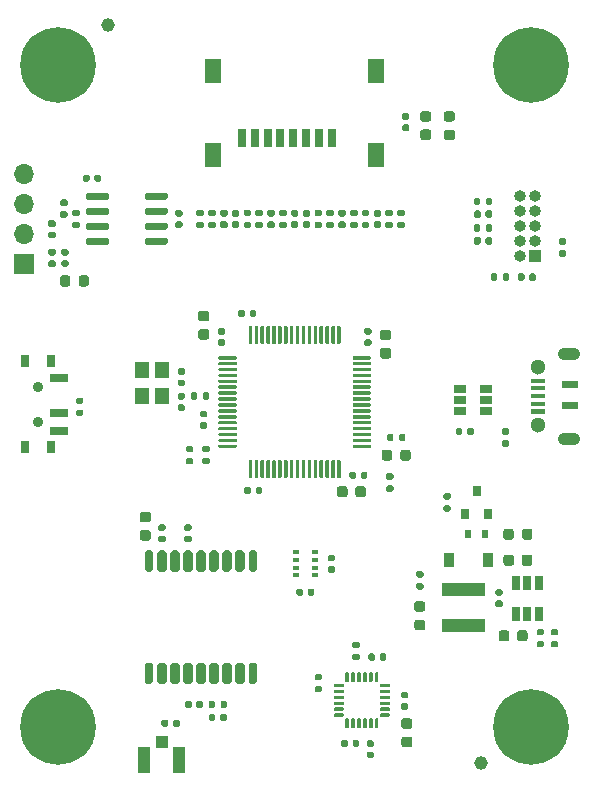
<source format=gbr>
%TF.GenerationSoftware,KiCad,Pcbnew,(5.1.7)-1*%
%TF.CreationDate,2021-03-16T10:20:49+01:00*%
%TF.ProjectId,BluePhil,426c7565-5068-4696-9c2e-6b696361645f,rev?*%
%TF.SameCoordinates,Original*%
%TF.FileFunction,Soldermask,Top*%
%TF.FilePolarity,Negative*%
%FSLAX46Y46*%
G04 Gerber Fmt 4.6, Leading zero omitted, Abs format (unit mm)*
G04 Created by KiCad (PCBNEW (5.1.7)-1) date 2021-03-16 10:20:49*
%MOMM*%
%LPD*%
G01*
G04 APERTURE LIST*
%ADD10C,1.152000*%
%ADD11C,0.800000*%
%ADD12C,6.400000*%
%ADD13R,1.200000X1.400000*%
%ADD14R,0.500000X0.350000*%
%ADD15R,1.060000X0.650000*%
%ADD16R,0.650000X1.220000*%
%ADD17C,0.900000*%
%ADD18R,1.500000X0.700000*%
%ADD19R,0.800000X1.000000*%
%ADD20R,0.800000X0.900000*%
%ADD21C,0.100000*%
%ADD22O,1.700000X1.700000*%
%ADD23R,1.700000X1.700000*%
%ADD24R,1.450000X2.000000*%
%ADD25R,0.800000X1.500000*%
%ADD26R,1.000000X1.000000*%
%ADD27R,1.050000X2.200000*%
%ADD28O,1.900000X1.070000*%
%ADD29C,1.300000*%
%ADD30R,1.250000X0.400000*%
%ADD31O,1.000000X1.000000*%
%ADD32R,0.900000X1.200000*%
%ADD33R,0.600000X0.700000*%
G04 APERTURE END LIST*
D10*
%TO.C,REF\u002A\u002A*%
X129800000Y-111050000D03*
%TD*%
%TO.C,REF\u002A\u002A*%
X98200000Y-48600000D03*
%TD*%
D11*
%TO.C,H503*%
X95697056Y-50302944D03*
X94000000Y-49600000D03*
X92302944Y-50302944D03*
X91600000Y-52000000D03*
X92302944Y-53697056D03*
X94000000Y-54400000D03*
X95697056Y-53697056D03*
X96400000Y-52000000D03*
D12*
X94000000Y-52000000D03*
%TD*%
D11*
%TO.C,H502*%
X135697056Y-50302944D03*
X134000000Y-49600000D03*
X132302944Y-50302944D03*
X131600000Y-52000000D03*
X132302944Y-53697056D03*
X134000000Y-54400000D03*
X135697056Y-53697056D03*
X136400000Y-52000000D03*
D12*
X134000000Y-52000000D03*
%TD*%
D11*
%TO.C,H501*%
X135697056Y-106302944D03*
X134000000Y-105600000D03*
X132302944Y-106302944D03*
X131600000Y-108000000D03*
X132302944Y-109697056D03*
X134000000Y-110400000D03*
X135697056Y-109697056D03*
X136400000Y-108000000D03*
D12*
X134000000Y-108000000D03*
%TD*%
D11*
%TO.C,H500*%
X95697056Y-106302944D03*
X94000000Y-105600000D03*
X92302944Y-106302944D03*
X91600000Y-108000000D03*
X92302944Y-109697056D03*
X94000000Y-110400000D03*
X95697056Y-109697056D03*
X96400000Y-108000000D03*
D12*
X94000000Y-108000000D03*
%TD*%
%TO.C,U200*%
G36*
G01*
X107550000Y-76825000D02*
X107550000Y-76675000D01*
G75*
G02*
X107625000Y-76600000I75000J0D01*
G01*
X109025000Y-76600000D01*
G75*
G02*
X109100000Y-76675000I0J-75000D01*
G01*
X109100000Y-76825000D01*
G75*
G02*
X109025000Y-76900000I-75000J0D01*
G01*
X107625000Y-76900000D01*
G75*
G02*
X107550000Y-76825000I0J75000D01*
G01*
G37*
G36*
G01*
X107550000Y-77325000D02*
X107550000Y-77175000D01*
G75*
G02*
X107625000Y-77100000I75000J0D01*
G01*
X109025000Y-77100000D01*
G75*
G02*
X109100000Y-77175000I0J-75000D01*
G01*
X109100000Y-77325000D01*
G75*
G02*
X109025000Y-77400000I-75000J0D01*
G01*
X107625000Y-77400000D01*
G75*
G02*
X107550000Y-77325000I0J75000D01*
G01*
G37*
G36*
G01*
X107550000Y-77825000D02*
X107550000Y-77675000D01*
G75*
G02*
X107625000Y-77600000I75000J0D01*
G01*
X109025000Y-77600000D01*
G75*
G02*
X109100000Y-77675000I0J-75000D01*
G01*
X109100000Y-77825000D01*
G75*
G02*
X109025000Y-77900000I-75000J0D01*
G01*
X107625000Y-77900000D01*
G75*
G02*
X107550000Y-77825000I0J75000D01*
G01*
G37*
G36*
G01*
X107550000Y-78325000D02*
X107550000Y-78175000D01*
G75*
G02*
X107625000Y-78100000I75000J0D01*
G01*
X109025000Y-78100000D01*
G75*
G02*
X109100000Y-78175000I0J-75000D01*
G01*
X109100000Y-78325000D01*
G75*
G02*
X109025000Y-78400000I-75000J0D01*
G01*
X107625000Y-78400000D01*
G75*
G02*
X107550000Y-78325000I0J75000D01*
G01*
G37*
G36*
G01*
X107550000Y-78825000D02*
X107550000Y-78675000D01*
G75*
G02*
X107625000Y-78600000I75000J0D01*
G01*
X109025000Y-78600000D01*
G75*
G02*
X109100000Y-78675000I0J-75000D01*
G01*
X109100000Y-78825000D01*
G75*
G02*
X109025000Y-78900000I-75000J0D01*
G01*
X107625000Y-78900000D01*
G75*
G02*
X107550000Y-78825000I0J75000D01*
G01*
G37*
G36*
G01*
X107550000Y-79325000D02*
X107550000Y-79175000D01*
G75*
G02*
X107625000Y-79100000I75000J0D01*
G01*
X109025000Y-79100000D01*
G75*
G02*
X109100000Y-79175000I0J-75000D01*
G01*
X109100000Y-79325000D01*
G75*
G02*
X109025000Y-79400000I-75000J0D01*
G01*
X107625000Y-79400000D01*
G75*
G02*
X107550000Y-79325000I0J75000D01*
G01*
G37*
G36*
G01*
X107550000Y-79825000D02*
X107550000Y-79675000D01*
G75*
G02*
X107625000Y-79600000I75000J0D01*
G01*
X109025000Y-79600000D01*
G75*
G02*
X109100000Y-79675000I0J-75000D01*
G01*
X109100000Y-79825000D01*
G75*
G02*
X109025000Y-79900000I-75000J0D01*
G01*
X107625000Y-79900000D01*
G75*
G02*
X107550000Y-79825000I0J75000D01*
G01*
G37*
G36*
G01*
X107550000Y-80325000D02*
X107550000Y-80175000D01*
G75*
G02*
X107625000Y-80100000I75000J0D01*
G01*
X109025000Y-80100000D01*
G75*
G02*
X109100000Y-80175000I0J-75000D01*
G01*
X109100000Y-80325000D01*
G75*
G02*
X109025000Y-80400000I-75000J0D01*
G01*
X107625000Y-80400000D01*
G75*
G02*
X107550000Y-80325000I0J75000D01*
G01*
G37*
G36*
G01*
X107550000Y-80825000D02*
X107550000Y-80675000D01*
G75*
G02*
X107625000Y-80600000I75000J0D01*
G01*
X109025000Y-80600000D01*
G75*
G02*
X109100000Y-80675000I0J-75000D01*
G01*
X109100000Y-80825000D01*
G75*
G02*
X109025000Y-80900000I-75000J0D01*
G01*
X107625000Y-80900000D01*
G75*
G02*
X107550000Y-80825000I0J75000D01*
G01*
G37*
G36*
G01*
X107550000Y-81325000D02*
X107550000Y-81175000D01*
G75*
G02*
X107625000Y-81100000I75000J0D01*
G01*
X109025000Y-81100000D01*
G75*
G02*
X109100000Y-81175000I0J-75000D01*
G01*
X109100000Y-81325000D01*
G75*
G02*
X109025000Y-81400000I-75000J0D01*
G01*
X107625000Y-81400000D01*
G75*
G02*
X107550000Y-81325000I0J75000D01*
G01*
G37*
G36*
G01*
X107550000Y-81825000D02*
X107550000Y-81675000D01*
G75*
G02*
X107625000Y-81600000I75000J0D01*
G01*
X109025000Y-81600000D01*
G75*
G02*
X109100000Y-81675000I0J-75000D01*
G01*
X109100000Y-81825000D01*
G75*
G02*
X109025000Y-81900000I-75000J0D01*
G01*
X107625000Y-81900000D01*
G75*
G02*
X107550000Y-81825000I0J75000D01*
G01*
G37*
G36*
G01*
X107550000Y-82325000D02*
X107550000Y-82175000D01*
G75*
G02*
X107625000Y-82100000I75000J0D01*
G01*
X109025000Y-82100000D01*
G75*
G02*
X109100000Y-82175000I0J-75000D01*
G01*
X109100000Y-82325000D01*
G75*
G02*
X109025000Y-82400000I-75000J0D01*
G01*
X107625000Y-82400000D01*
G75*
G02*
X107550000Y-82325000I0J75000D01*
G01*
G37*
G36*
G01*
X107550000Y-82825000D02*
X107550000Y-82675000D01*
G75*
G02*
X107625000Y-82600000I75000J0D01*
G01*
X109025000Y-82600000D01*
G75*
G02*
X109100000Y-82675000I0J-75000D01*
G01*
X109100000Y-82825000D01*
G75*
G02*
X109025000Y-82900000I-75000J0D01*
G01*
X107625000Y-82900000D01*
G75*
G02*
X107550000Y-82825000I0J75000D01*
G01*
G37*
G36*
G01*
X107550000Y-83325000D02*
X107550000Y-83175000D01*
G75*
G02*
X107625000Y-83100000I75000J0D01*
G01*
X109025000Y-83100000D01*
G75*
G02*
X109100000Y-83175000I0J-75000D01*
G01*
X109100000Y-83325000D01*
G75*
G02*
X109025000Y-83400000I-75000J0D01*
G01*
X107625000Y-83400000D01*
G75*
G02*
X107550000Y-83325000I0J75000D01*
G01*
G37*
G36*
G01*
X107550000Y-83825000D02*
X107550000Y-83675000D01*
G75*
G02*
X107625000Y-83600000I75000J0D01*
G01*
X109025000Y-83600000D01*
G75*
G02*
X109100000Y-83675000I0J-75000D01*
G01*
X109100000Y-83825000D01*
G75*
G02*
X109025000Y-83900000I-75000J0D01*
G01*
X107625000Y-83900000D01*
G75*
G02*
X107550000Y-83825000I0J75000D01*
G01*
G37*
G36*
G01*
X107550000Y-84325000D02*
X107550000Y-84175000D01*
G75*
G02*
X107625000Y-84100000I75000J0D01*
G01*
X109025000Y-84100000D01*
G75*
G02*
X109100000Y-84175000I0J-75000D01*
G01*
X109100000Y-84325000D01*
G75*
G02*
X109025000Y-84400000I-75000J0D01*
G01*
X107625000Y-84400000D01*
G75*
G02*
X107550000Y-84325000I0J75000D01*
G01*
G37*
G36*
G01*
X110100000Y-86875000D02*
X110100000Y-85475000D01*
G75*
G02*
X110175000Y-85400000I75000J0D01*
G01*
X110325000Y-85400000D01*
G75*
G02*
X110400000Y-85475000I0J-75000D01*
G01*
X110400000Y-86875000D01*
G75*
G02*
X110325000Y-86950000I-75000J0D01*
G01*
X110175000Y-86950000D01*
G75*
G02*
X110100000Y-86875000I0J75000D01*
G01*
G37*
G36*
G01*
X110600000Y-86875000D02*
X110600000Y-85475000D01*
G75*
G02*
X110675000Y-85400000I75000J0D01*
G01*
X110825000Y-85400000D01*
G75*
G02*
X110900000Y-85475000I0J-75000D01*
G01*
X110900000Y-86875000D01*
G75*
G02*
X110825000Y-86950000I-75000J0D01*
G01*
X110675000Y-86950000D01*
G75*
G02*
X110600000Y-86875000I0J75000D01*
G01*
G37*
G36*
G01*
X111100000Y-86875000D02*
X111100000Y-85475000D01*
G75*
G02*
X111175000Y-85400000I75000J0D01*
G01*
X111325000Y-85400000D01*
G75*
G02*
X111400000Y-85475000I0J-75000D01*
G01*
X111400000Y-86875000D01*
G75*
G02*
X111325000Y-86950000I-75000J0D01*
G01*
X111175000Y-86950000D01*
G75*
G02*
X111100000Y-86875000I0J75000D01*
G01*
G37*
G36*
G01*
X111600000Y-86875000D02*
X111600000Y-85475000D01*
G75*
G02*
X111675000Y-85400000I75000J0D01*
G01*
X111825000Y-85400000D01*
G75*
G02*
X111900000Y-85475000I0J-75000D01*
G01*
X111900000Y-86875000D01*
G75*
G02*
X111825000Y-86950000I-75000J0D01*
G01*
X111675000Y-86950000D01*
G75*
G02*
X111600000Y-86875000I0J75000D01*
G01*
G37*
G36*
G01*
X112100000Y-86875000D02*
X112100000Y-85475000D01*
G75*
G02*
X112175000Y-85400000I75000J0D01*
G01*
X112325000Y-85400000D01*
G75*
G02*
X112400000Y-85475000I0J-75000D01*
G01*
X112400000Y-86875000D01*
G75*
G02*
X112325000Y-86950000I-75000J0D01*
G01*
X112175000Y-86950000D01*
G75*
G02*
X112100000Y-86875000I0J75000D01*
G01*
G37*
G36*
G01*
X112600000Y-86875000D02*
X112600000Y-85475000D01*
G75*
G02*
X112675000Y-85400000I75000J0D01*
G01*
X112825000Y-85400000D01*
G75*
G02*
X112900000Y-85475000I0J-75000D01*
G01*
X112900000Y-86875000D01*
G75*
G02*
X112825000Y-86950000I-75000J0D01*
G01*
X112675000Y-86950000D01*
G75*
G02*
X112600000Y-86875000I0J75000D01*
G01*
G37*
G36*
G01*
X113100000Y-86875000D02*
X113100000Y-85475000D01*
G75*
G02*
X113175000Y-85400000I75000J0D01*
G01*
X113325000Y-85400000D01*
G75*
G02*
X113400000Y-85475000I0J-75000D01*
G01*
X113400000Y-86875000D01*
G75*
G02*
X113325000Y-86950000I-75000J0D01*
G01*
X113175000Y-86950000D01*
G75*
G02*
X113100000Y-86875000I0J75000D01*
G01*
G37*
G36*
G01*
X113600000Y-86875000D02*
X113600000Y-85475000D01*
G75*
G02*
X113675000Y-85400000I75000J0D01*
G01*
X113825000Y-85400000D01*
G75*
G02*
X113900000Y-85475000I0J-75000D01*
G01*
X113900000Y-86875000D01*
G75*
G02*
X113825000Y-86950000I-75000J0D01*
G01*
X113675000Y-86950000D01*
G75*
G02*
X113600000Y-86875000I0J75000D01*
G01*
G37*
G36*
G01*
X114100000Y-86875000D02*
X114100000Y-85475000D01*
G75*
G02*
X114175000Y-85400000I75000J0D01*
G01*
X114325000Y-85400000D01*
G75*
G02*
X114400000Y-85475000I0J-75000D01*
G01*
X114400000Y-86875000D01*
G75*
G02*
X114325000Y-86950000I-75000J0D01*
G01*
X114175000Y-86950000D01*
G75*
G02*
X114100000Y-86875000I0J75000D01*
G01*
G37*
G36*
G01*
X114600000Y-86875000D02*
X114600000Y-85475000D01*
G75*
G02*
X114675000Y-85400000I75000J0D01*
G01*
X114825000Y-85400000D01*
G75*
G02*
X114900000Y-85475000I0J-75000D01*
G01*
X114900000Y-86875000D01*
G75*
G02*
X114825000Y-86950000I-75000J0D01*
G01*
X114675000Y-86950000D01*
G75*
G02*
X114600000Y-86875000I0J75000D01*
G01*
G37*
G36*
G01*
X115100000Y-86875000D02*
X115100000Y-85475000D01*
G75*
G02*
X115175000Y-85400000I75000J0D01*
G01*
X115325000Y-85400000D01*
G75*
G02*
X115400000Y-85475000I0J-75000D01*
G01*
X115400000Y-86875000D01*
G75*
G02*
X115325000Y-86950000I-75000J0D01*
G01*
X115175000Y-86950000D01*
G75*
G02*
X115100000Y-86875000I0J75000D01*
G01*
G37*
G36*
G01*
X115600000Y-86875000D02*
X115600000Y-85475000D01*
G75*
G02*
X115675000Y-85400000I75000J0D01*
G01*
X115825000Y-85400000D01*
G75*
G02*
X115900000Y-85475000I0J-75000D01*
G01*
X115900000Y-86875000D01*
G75*
G02*
X115825000Y-86950000I-75000J0D01*
G01*
X115675000Y-86950000D01*
G75*
G02*
X115600000Y-86875000I0J75000D01*
G01*
G37*
G36*
G01*
X116100000Y-86875000D02*
X116100000Y-85475000D01*
G75*
G02*
X116175000Y-85400000I75000J0D01*
G01*
X116325000Y-85400000D01*
G75*
G02*
X116400000Y-85475000I0J-75000D01*
G01*
X116400000Y-86875000D01*
G75*
G02*
X116325000Y-86950000I-75000J0D01*
G01*
X116175000Y-86950000D01*
G75*
G02*
X116100000Y-86875000I0J75000D01*
G01*
G37*
G36*
G01*
X116600000Y-86875000D02*
X116600000Y-85475000D01*
G75*
G02*
X116675000Y-85400000I75000J0D01*
G01*
X116825000Y-85400000D01*
G75*
G02*
X116900000Y-85475000I0J-75000D01*
G01*
X116900000Y-86875000D01*
G75*
G02*
X116825000Y-86950000I-75000J0D01*
G01*
X116675000Y-86950000D01*
G75*
G02*
X116600000Y-86875000I0J75000D01*
G01*
G37*
G36*
G01*
X117100000Y-86875000D02*
X117100000Y-85475000D01*
G75*
G02*
X117175000Y-85400000I75000J0D01*
G01*
X117325000Y-85400000D01*
G75*
G02*
X117400000Y-85475000I0J-75000D01*
G01*
X117400000Y-86875000D01*
G75*
G02*
X117325000Y-86950000I-75000J0D01*
G01*
X117175000Y-86950000D01*
G75*
G02*
X117100000Y-86875000I0J75000D01*
G01*
G37*
G36*
G01*
X117600000Y-86875000D02*
X117600000Y-85475000D01*
G75*
G02*
X117675000Y-85400000I75000J0D01*
G01*
X117825000Y-85400000D01*
G75*
G02*
X117900000Y-85475000I0J-75000D01*
G01*
X117900000Y-86875000D01*
G75*
G02*
X117825000Y-86950000I-75000J0D01*
G01*
X117675000Y-86950000D01*
G75*
G02*
X117600000Y-86875000I0J75000D01*
G01*
G37*
G36*
G01*
X118900000Y-84325000D02*
X118900000Y-84175000D01*
G75*
G02*
X118975000Y-84100000I75000J0D01*
G01*
X120375000Y-84100000D01*
G75*
G02*
X120450000Y-84175000I0J-75000D01*
G01*
X120450000Y-84325000D01*
G75*
G02*
X120375000Y-84400000I-75000J0D01*
G01*
X118975000Y-84400000D01*
G75*
G02*
X118900000Y-84325000I0J75000D01*
G01*
G37*
G36*
G01*
X118900000Y-83825000D02*
X118900000Y-83675000D01*
G75*
G02*
X118975000Y-83600000I75000J0D01*
G01*
X120375000Y-83600000D01*
G75*
G02*
X120450000Y-83675000I0J-75000D01*
G01*
X120450000Y-83825000D01*
G75*
G02*
X120375000Y-83900000I-75000J0D01*
G01*
X118975000Y-83900000D01*
G75*
G02*
X118900000Y-83825000I0J75000D01*
G01*
G37*
G36*
G01*
X118900000Y-83325000D02*
X118900000Y-83175000D01*
G75*
G02*
X118975000Y-83100000I75000J0D01*
G01*
X120375000Y-83100000D01*
G75*
G02*
X120450000Y-83175000I0J-75000D01*
G01*
X120450000Y-83325000D01*
G75*
G02*
X120375000Y-83400000I-75000J0D01*
G01*
X118975000Y-83400000D01*
G75*
G02*
X118900000Y-83325000I0J75000D01*
G01*
G37*
G36*
G01*
X118900000Y-82825000D02*
X118900000Y-82675000D01*
G75*
G02*
X118975000Y-82600000I75000J0D01*
G01*
X120375000Y-82600000D01*
G75*
G02*
X120450000Y-82675000I0J-75000D01*
G01*
X120450000Y-82825000D01*
G75*
G02*
X120375000Y-82900000I-75000J0D01*
G01*
X118975000Y-82900000D01*
G75*
G02*
X118900000Y-82825000I0J75000D01*
G01*
G37*
G36*
G01*
X118900000Y-82325000D02*
X118900000Y-82175000D01*
G75*
G02*
X118975000Y-82100000I75000J0D01*
G01*
X120375000Y-82100000D01*
G75*
G02*
X120450000Y-82175000I0J-75000D01*
G01*
X120450000Y-82325000D01*
G75*
G02*
X120375000Y-82400000I-75000J0D01*
G01*
X118975000Y-82400000D01*
G75*
G02*
X118900000Y-82325000I0J75000D01*
G01*
G37*
G36*
G01*
X118900000Y-81825000D02*
X118900000Y-81675000D01*
G75*
G02*
X118975000Y-81600000I75000J0D01*
G01*
X120375000Y-81600000D01*
G75*
G02*
X120450000Y-81675000I0J-75000D01*
G01*
X120450000Y-81825000D01*
G75*
G02*
X120375000Y-81900000I-75000J0D01*
G01*
X118975000Y-81900000D01*
G75*
G02*
X118900000Y-81825000I0J75000D01*
G01*
G37*
G36*
G01*
X118900000Y-81325000D02*
X118900000Y-81175000D01*
G75*
G02*
X118975000Y-81100000I75000J0D01*
G01*
X120375000Y-81100000D01*
G75*
G02*
X120450000Y-81175000I0J-75000D01*
G01*
X120450000Y-81325000D01*
G75*
G02*
X120375000Y-81400000I-75000J0D01*
G01*
X118975000Y-81400000D01*
G75*
G02*
X118900000Y-81325000I0J75000D01*
G01*
G37*
G36*
G01*
X118900000Y-80825000D02*
X118900000Y-80675000D01*
G75*
G02*
X118975000Y-80600000I75000J0D01*
G01*
X120375000Y-80600000D01*
G75*
G02*
X120450000Y-80675000I0J-75000D01*
G01*
X120450000Y-80825000D01*
G75*
G02*
X120375000Y-80900000I-75000J0D01*
G01*
X118975000Y-80900000D01*
G75*
G02*
X118900000Y-80825000I0J75000D01*
G01*
G37*
G36*
G01*
X118900000Y-80325000D02*
X118900000Y-80175000D01*
G75*
G02*
X118975000Y-80100000I75000J0D01*
G01*
X120375000Y-80100000D01*
G75*
G02*
X120450000Y-80175000I0J-75000D01*
G01*
X120450000Y-80325000D01*
G75*
G02*
X120375000Y-80400000I-75000J0D01*
G01*
X118975000Y-80400000D01*
G75*
G02*
X118900000Y-80325000I0J75000D01*
G01*
G37*
G36*
G01*
X118900000Y-79825000D02*
X118900000Y-79675000D01*
G75*
G02*
X118975000Y-79600000I75000J0D01*
G01*
X120375000Y-79600000D01*
G75*
G02*
X120450000Y-79675000I0J-75000D01*
G01*
X120450000Y-79825000D01*
G75*
G02*
X120375000Y-79900000I-75000J0D01*
G01*
X118975000Y-79900000D01*
G75*
G02*
X118900000Y-79825000I0J75000D01*
G01*
G37*
G36*
G01*
X118900000Y-79325000D02*
X118900000Y-79175000D01*
G75*
G02*
X118975000Y-79100000I75000J0D01*
G01*
X120375000Y-79100000D01*
G75*
G02*
X120450000Y-79175000I0J-75000D01*
G01*
X120450000Y-79325000D01*
G75*
G02*
X120375000Y-79400000I-75000J0D01*
G01*
X118975000Y-79400000D01*
G75*
G02*
X118900000Y-79325000I0J75000D01*
G01*
G37*
G36*
G01*
X118900000Y-78825000D02*
X118900000Y-78675000D01*
G75*
G02*
X118975000Y-78600000I75000J0D01*
G01*
X120375000Y-78600000D01*
G75*
G02*
X120450000Y-78675000I0J-75000D01*
G01*
X120450000Y-78825000D01*
G75*
G02*
X120375000Y-78900000I-75000J0D01*
G01*
X118975000Y-78900000D01*
G75*
G02*
X118900000Y-78825000I0J75000D01*
G01*
G37*
G36*
G01*
X118900000Y-78325000D02*
X118900000Y-78175000D01*
G75*
G02*
X118975000Y-78100000I75000J0D01*
G01*
X120375000Y-78100000D01*
G75*
G02*
X120450000Y-78175000I0J-75000D01*
G01*
X120450000Y-78325000D01*
G75*
G02*
X120375000Y-78400000I-75000J0D01*
G01*
X118975000Y-78400000D01*
G75*
G02*
X118900000Y-78325000I0J75000D01*
G01*
G37*
G36*
G01*
X118900000Y-77825000D02*
X118900000Y-77675000D01*
G75*
G02*
X118975000Y-77600000I75000J0D01*
G01*
X120375000Y-77600000D01*
G75*
G02*
X120450000Y-77675000I0J-75000D01*
G01*
X120450000Y-77825000D01*
G75*
G02*
X120375000Y-77900000I-75000J0D01*
G01*
X118975000Y-77900000D01*
G75*
G02*
X118900000Y-77825000I0J75000D01*
G01*
G37*
G36*
G01*
X118900000Y-77325000D02*
X118900000Y-77175000D01*
G75*
G02*
X118975000Y-77100000I75000J0D01*
G01*
X120375000Y-77100000D01*
G75*
G02*
X120450000Y-77175000I0J-75000D01*
G01*
X120450000Y-77325000D01*
G75*
G02*
X120375000Y-77400000I-75000J0D01*
G01*
X118975000Y-77400000D01*
G75*
G02*
X118900000Y-77325000I0J75000D01*
G01*
G37*
G36*
G01*
X118900000Y-76825000D02*
X118900000Y-76675000D01*
G75*
G02*
X118975000Y-76600000I75000J0D01*
G01*
X120375000Y-76600000D01*
G75*
G02*
X120450000Y-76675000I0J-75000D01*
G01*
X120450000Y-76825000D01*
G75*
G02*
X120375000Y-76900000I-75000J0D01*
G01*
X118975000Y-76900000D01*
G75*
G02*
X118900000Y-76825000I0J75000D01*
G01*
G37*
G36*
G01*
X117600000Y-75525000D02*
X117600000Y-74125000D01*
G75*
G02*
X117675000Y-74050000I75000J0D01*
G01*
X117825000Y-74050000D01*
G75*
G02*
X117900000Y-74125000I0J-75000D01*
G01*
X117900000Y-75525000D01*
G75*
G02*
X117825000Y-75600000I-75000J0D01*
G01*
X117675000Y-75600000D01*
G75*
G02*
X117600000Y-75525000I0J75000D01*
G01*
G37*
G36*
G01*
X117100000Y-75525000D02*
X117100000Y-74125000D01*
G75*
G02*
X117175000Y-74050000I75000J0D01*
G01*
X117325000Y-74050000D01*
G75*
G02*
X117400000Y-74125000I0J-75000D01*
G01*
X117400000Y-75525000D01*
G75*
G02*
X117325000Y-75600000I-75000J0D01*
G01*
X117175000Y-75600000D01*
G75*
G02*
X117100000Y-75525000I0J75000D01*
G01*
G37*
G36*
G01*
X116600000Y-75525000D02*
X116600000Y-74125000D01*
G75*
G02*
X116675000Y-74050000I75000J0D01*
G01*
X116825000Y-74050000D01*
G75*
G02*
X116900000Y-74125000I0J-75000D01*
G01*
X116900000Y-75525000D01*
G75*
G02*
X116825000Y-75600000I-75000J0D01*
G01*
X116675000Y-75600000D01*
G75*
G02*
X116600000Y-75525000I0J75000D01*
G01*
G37*
G36*
G01*
X116100000Y-75525000D02*
X116100000Y-74125000D01*
G75*
G02*
X116175000Y-74050000I75000J0D01*
G01*
X116325000Y-74050000D01*
G75*
G02*
X116400000Y-74125000I0J-75000D01*
G01*
X116400000Y-75525000D01*
G75*
G02*
X116325000Y-75600000I-75000J0D01*
G01*
X116175000Y-75600000D01*
G75*
G02*
X116100000Y-75525000I0J75000D01*
G01*
G37*
G36*
G01*
X115600000Y-75525000D02*
X115600000Y-74125000D01*
G75*
G02*
X115675000Y-74050000I75000J0D01*
G01*
X115825000Y-74050000D01*
G75*
G02*
X115900000Y-74125000I0J-75000D01*
G01*
X115900000Y-75525000D01*
G75*
G02*
X115825000Y-75600000I-75000J0D01*
G01*
X115675000Y-75600000D01*
G75*
G02*
X115600000Y-75525000I0J75000D01*
G01*
G37*
G36*
G01*
X115100000Y-75525000D02*
X115100000Y-74125000D01*
G75*
G02*
X115175000Y-74050000I75000J0D01*
G01*
X115325000Y-74050000D01*
G75*
G02*
X115400000Y-74125000I0J-75000D01*
G01*
X115400000Y-75525000D01*
G75*
G02*
X115325000Y-75600000I-75000J0D01*
G01*
X115175000Y-75600000D01*
G75*
G02*
X115100000Y-75525000I0J75000D01*
G01*
G37*
G36*
G01*
X114600000Y-75525000D02*
X114600000Y-74125000D01*
G75*
G02*
X114675000Y-74050000I75000J0D01*
G01*
X114825000Y-74050000D01*
G75*
G02*
X114900000Y-74125000I0J-75000D01*
G01*
X114900000Y-75525000D01*
G75*
G02*
X114825000Y-75600000I-75000J0D01*
G01*
X114675000Y-75600000D01*
G75*
G02*
X114600000Y-75525000I0J75000D01*
G01*
G37*
G36*
G01*
X114100000Y-75525000D02*
X114100000Y-74125000D01*
G75*
G02*
X114175000Y-74050000I75000J0D01*
G01*
X114325000Y-74050000D01*
G75*
G02*
X114400000Y-74125000I0J-75000D01*
G01*
X114400000Y-75525000D01*
G75*
G02*
X114325000Y-75600000I-75000J0D01*
G01*
X114175000Y-75600000D01*
G75*
G02*
X114100000Y-75525000I0J75000D01*
G01*
G37*
G36*
G01*
X113600000Y-75525000D02*
X113600000Y-74125000D01*
G75*
G02*
X113675000Y-74050000I75000J0D01*
G01*
X113825000Y-74050000D01*
G75*
G02*
X113900000Y-74125000I0J-75000D01*
G01*
X113900000Y-75525000D01*
G75*
G02*
X113825000Y-75600000I-75000J0D01*
G01*
X113675000Y-75600000D01*
G75*
G02*
X113600000Y-75525000I0J75000D01*
G01*
G37*
G36*
G01*
X113100000Y-75525000D02*
X113100000Y-74125000D01*
G75*
G02*
X113175000Y-74050000I75000J0D01*
G01*
X113325000Y-74050000D01*
G75*
G02*
X113400000Y-74125000I0J-75000D01*
G01*
X113400000Y-75525000D01*
G75*
G02*
X113325000Y-75600000I-75000J0D01*
G01*
X113175000Y-75600000D01*
G75*
G02*
X113100000Y-75525000I0J75000D01*
G01*
G37*
G36*
G01*
X112600000Y-75525000D02*
X112600000Y-74125000D01*
G75*
G02*
X112675000Y-74050000I75000J0D01*
G01*
X112825000Y-74050000D01*
G75*
G02*
X112900000Y-74125000I0J-75000D01*
G01*
X112900000Y-75525000D01*
G75*
G02*
X112825000Y-75600000I-75000J0D01*
G01*
X112675000Y-75600000D01*
G75*
G02*
X112600000Y-75525000I0J75000D01*
G01*
G37*
G36*
G01*
X112100000Y-75525000D02*
X112100000Y-74125000D01*
G75*
G02*
X112175000Y-74050000I75000J0D01*
G01*
X112325000Y-74050000D01*
G75*
G02*
X112400000Y-74125000I0J-75000D01*
G01*
X112400000Y-75525000D01*
G75*
G02*
X112325000Y-75600000I-75000J0D01*
G01*
X112175000Y-75600000D01*
G75*
G02*
X112100000Y-75525000I0J75000D01*
G01*
G37*
G36*
G01*
X111600000Y-75525000D02*
X111600000Y-74125000D01*
G75*
G02*
X111675000Y-74050000I75000J0D01*
G01*
X111825000Y-74050000D01*
G75*
G02*
X111900000Y-74125000I0J-75000D01*
G01*
X111900000Y-75525000D01*
G75*
G02*
X111825000Y-75600000I-75000J0D01*
G01*
X111675000Y-75600000D01*
G75*
G02*
X111600000Y-75525000I0J75000D01*
G01*
G37*
G36*
G01*
X111100000Y-75525000D02*
X111100000Y-74125000D01*
G75*
G02*
X111175000Y-74050000I75000J0D01*
G01*
X111325000Y-74050000D01*
G75*
G02*
X111400000Y-74125000I0J-75000D01*
G01*
X111400000Y-75525000D01*
G75*
G02*
X111325000Y-75600000I-75000J0D01*
G01*
X111175000Y-75600000D01*
G75*
G02*
X111100000Y-75525000I0J75000D01*
G01*
G37*
G36*
G01*
X110600000Y-75525000D02*
X110600000Y-74125000D01*
G75*
G02*
X110675000Y-74050000I75000J0D01*
G01*
X110825000Y-74050000D01*
G75*
G02*
X110900000Y-74125000I0J-75000D01*
G01*
X110900000Y-75525000D01*
G75*
G02*
X110825000Y-75600000I-75000J0D01*
G01*
X110675000Y-75600000D01*
G75*
G02*
X110600000Y-75525000I0J75000D01*
G01*
G37*
G36*
G01*
X110100000Y-75525000D02*
X110100000Y-74125000D01*
G75*
G02*
X110175000Y-74050000I75000J0D01*
G01*
X110325000Y-74050000D01*
G75*
G02*
X110400000Y-74125000I0J-75000D01*
G01*
X110400000Y-75525000D01*
G75*
G02*
X110325000Y-75600000I-75000J0D01*
G01*
X110175000Y-75600000D01*
G75*
G02*
X110100000Y-75525000I0J75000D01*
G01*
G37*
%TD*%
%TO.C,FB500*%
G36*
G01*
X126843750Y-57450000D02*
X127356250Y-57450000D01*
G75*
G02*
X127575000Y-57668750I0J-218750D01*
G01*
X127575000Y-58106250D01*
G75*
G02*
X127356250Y-58325000I-218750J0D01*
G01*
X126843750Y-58325000D01*
G75*
G02*
X126625000Y-58106250I0J218750D01*
G01*
X126625000Y-57668750D01*
G75*
G02*
X126843750Y-57450000I218750J0D01*
G01*
G37*
G36*
G01*
X126843750Y-55875000D02*
X127356250Y-55875000D01*
G75*
G02*
X127575000Y-56093750I0J-218750D01*
G01*
X127575000Y-56531250D01*
G75*
G02*
X127356250Y-56750000I-218750J0D01*
G01*
X126843750Y-56750000D01*
G75*
G02*
X126625000Y-56531250I0J218750D01*
G01*
X126625000Y-56093750D01*
G75*
G02*
X126843750Y-55875000I218750J0D01*
G01*
G37*
%TD*%
D13*
%TO.C,Y200*%
X102750000Y-77800000D03*
X102750000Y-80000000D03*
X101050000Y-80000000D03*
X101050000Y-77800000D03*
%TD*%
%TO.C,U500*%
G36*
G01*
X98300000Y-66755000D02*
X98300000Y-67055000D01*
G75*
G02*
X98150000Y-67205000I-150000J0D01*
G01*
X96500000Y-67205000D01*
G75*
G02*
X96350000Y-67055000I0J150000D01*
G01*
X96350000Y-66755000D01*
G75*
G02*
X96500000Y-66605000I150000J0D01*
G01*
X98150000Y-66605000D01*
G75*
G02*
X98300000Y-66755000I0J-150000D01*
G01*
G37*
G36*
G01*
X98300000Y-65485000D02*
X98300000Y-65785000D01*
G75*
G02*
X98150000Y-65935000I-150000J0D01*
G01*
X96500000Y-65935000D01*
G75*
G02*
X96350000Y-65785000I0J150000D01*
G01*
X96350000Y-65485000D01*
G75*
G02*
X96500000Y-65335000I150000J0D01*
G01*
X98150000Y-65335000D01*
G75*
G02*
X98300000Y-65485000I0J-150000D01*
G01*
G37*
G36*
G01*
X98300000Y-64215000D02*
X98300000Y-64515000D01*
G75*
G02*
X98150000Y-64665000I-150000J0D01*
G01*
X96500000Y-64665000D01*
G75*
G02*
X96350000Y-64515000I0J150000D01*
G01*
X96350000Y-64215000D01*
G75*
G02*
X96500000Y-64065000I150000J0D01*
G01*
X98150000Y-64065000D01*
G75*
G02*
X98300000Y-64215000I0J-150000D01*
G01*
G37*
G36*
G01*
X98300000Y-62945000D02*
X98300000Y-63245000D01*
G75*
G02*
X98150000Y-63395000I-150000J0D01*
G01*
X96500000Y-63395000D01*
G75*
G02*
X96350000Y-63245000I0J150000D01*
G01*
X96350000Y-62945000D01*
G75*
G02*
X96500000Y-62795000I150000J0D01*
G01*
X98150000Y-62795000D01*
G75*
G02*
X98300000Y-62945000I0J-150000D01*
G01*
G37*
G36*
G01*
X103250000Y-62945000D02*
X103250000Y-63245000D01*
G75*
G02*
X103100000Y-63395000I-150000J0D01*
G01*
X101450000Y-63395000D01*
G75*
G02*
X101300000Y-63245000I0J150000D01*
G01*
X101300000Y-62945000D01*
G75*
G02*
X101450000Y-62795000I150000J0D01*
G01*
X103100000Y-62795000D01*
G75*
G02*
X103250000Y-62945000I0J-150000D01*
G01*
G37*
G36*
G01*
X103250000Y-64215000D02*
X103250000Y-64515000D01*
G75*
G02*
X103100000Y-64665000I-150000J0D01*
G01*
X101450000Y-64665000D01*
G75*
G02*
X101300000Y-64515000I0J150000D01*
G01*
X101300000Y-64215000D01*
G75*
G02*
X101450000Y-64065000I150000J0D01*
G01*
X103100000Y-64065000D01*
G75*
G02*
X103250000Y-64215000I0J-150000D01*
G01*
G37*
G36*
G01*
X103250000Y-65485000D02*
X103250000Y-65785000D01*
G75*
G02*
X103100000Y-65935000I-150000J0D01*
G01*
X101450000Y-65935000D01*
G75*
G02*
X101300000Y-65785000I0J150000D01*
G01*
X101300000Y-65485000D01*
G75*
G02*
X101450000Y-65335000I150000J0D01*
G01*
X103100000Y-65335000D01*
G75*
G02*
X103250000Y-65485000I0J-150000D01*
G01*
G37*
G36*
G01*
X103250000Y-66755000D02*
X103250000Y-67055000D01*
G75*
G02*
X103100000Y-67205000I-150000J0D01*
G01*
X101450000Y-67205000D01*
G75*
G02*
X101300000Y-67055000I0J150000D01*
G01*
X101300000Y-66755000D01*
G75*
G02*
X101450000Y-66605000I150000J0D01*
G01*
X103100000Y-66605000D01*
G75*
G02*
X103250000Y-66755000I0J-150000D01*
G01*
G37*
%TD*%
%TO.C,U401*%
G36*
G01*
X117315000Y-104585000D02*
X117315000Y-104435000D01*
G75*
G02*
X117390000Y-104360000I75000J0D01*
G01*
X118090000Y-104360000D01*
G75*
G02*
X118165000Y-104435000I0J-75000D01*
G01*
X118165000Y-104585000D01*
G75*
G02*
X118090000Y-104660000I-75000J0D01*
G01*
X117390000Y-104660000D01*
G75*
G02*
X117315000Y-104585000I0J75000D01*
G01*
G37*
G36*
G01*
X117315000Y-105085000D02*
X117315000Y-104935000D01*
G75*
G02*
X117390000Y-104860000I75000J0D01*
G01*
X118090000Y-104860000D01*
G75*
G02*
X118165000Y-104935000I0J-75000D01*
G01*
X118165000Y-105085000D01*
G75*
G02*
X118090000Y-105160000I-75000J0D01*
G01*
X117390000Y-105160000D01*
G75*
G02*
X117315000Y-105085000I0J75000D01*
G01*
G37*
G36*
G01*
X117315000Y-105585000D02*
X117315000Y-105435000D01*
G75*
G02*
X117390000Y-105360000I75000J0D01*
G01*
X118090000Y-105360000D01*
G75*
G02*
X118165000Y-105435000I0J-75000D01*
G01*
X118165000Y-105585000D01*
G75*
G02*
X118090000Y-105660000I-75000J0D01*
G01*
X117390000Y-105660000D01*
G75*
G02*
X117315000Y-105585000I0J75000D01*
G01*
G37*
G36*
G01*
X117315000Y-106085000D02*
X117315000Y-105935000D01*
G75*
G02*
X117390000Y-105860000I75000J0D01*
G01*
X118090000Y-105860000D01*
G75*
G02*
X118165000Y-105935000I0J-75000D01*
G01*
X118165000Y-106085000D01*
G75*
G02*
X118090000Y-106160000I-75000J0D01*
G01*
X117390000Y-106160000D01*
G75*
G02*
X117315000Y-106085000I0J75000D01*
G01*
G37*
G36*
G01*
X117315000Y-106585000D02*
X117315000Y-106435000D01*
G75*
G02*
X117390000Y-106360000I75000J0D01*
G01*
X118090000Y-106360000D01*
G75*
G02*
X118165000Y-106435000I0J-75000D01*
G01*
X118165000Y-106585000D01*
G75*
G02*
X118090000Y-106660000I-75000J0D01*
G01*
X117390000Y-106660000D01*
G75*
G02*
X117315000Y-106585000I0J75000D01*
G01*
G37*
G36*
G01*
X117315000Y-107085000D02*
X117315000Y-106935000D01*
G75*
G02*
X117390000Y-106860000I75000J0D01*
G01*
X118090000Y-106860000D01*
G75*
G02*
X118165000Y-106935000I0J-75000D01*
G01*
X118165000Y-107085000D01*
G75*
G02*
X118090000Y-107160000I-75000J0D01*
G01*
X117390000Y-107160000D01*
G75*
G02*
X117315000Y-107085000I0J75000D01*
G01*
G37*
G36*
G01*
X118515000Y-108135000D02*
X118365000Y-108135000D01*
G75*
G02*
X118290000Y-108060000I0J75000D01*
G01*
X118290000Y-107360000D01*
G75*
G02*
X118365000Y-107285000I75000J0D01*
G01*
X118515000Y-107285000D01*
G75*
G02*
X118590000Y-107360000I0J-75000D01*
G01*
X118590000Y-108060000D01*
G75*
G02*
X118515000Y-108135000I-75000J0D01*
G01*
G37*
G36*
G01*
X119015000Y-108135000D02*
X118865000Y-108135000D01*
G75*
G02*
X118790000Y-108060000I0J75000D01*
G01*
X118790000Y-107360000D01*
G75*
G02*
X118865000Y-107285000I75000J0D01*
G01*
X119015000Y-107285000D01*
G75*
G02*
X119090000Y-107360000I0J-75000D01*
G01*
X119090000Y-108060000D01*
G75*
G02*
X119015000Y-108135000I-75000J0D01*
G01*
G37*
G36*
G01*
X119515000Y-108135000D02*
X119365000Y-108135000D01*
G75*
G02*
X119290000Y-108060000I0J75000D01*
G01*
X119290000Y-107360000D01*
G75*
G02*
X119365000Y-107285000I75000J0D01*
G01*
X119515000Y-107285000D01*
G75*
G02*
X119590000Y-107360000I0J-75000D01*
G01*
X119590000Y-108060000D01*
G75*
G02*
X119515000Y-108135000I-75000J0D01*
G01*
G37*
G36*
G01*
X120015000Y-108135000D02*
X119865000Y-108135000D01*
G75*
G02*
X119790000Y-108060000I0J75000D01*
G01*
X119790000Y-107360000D01*
G75*
G02*
X119865000Y-107285000I75000J0D01*
G01*
X120015000Y-107285000D01*
G75*
G02*
X120090000Y-107360000I0J-75000D01*
G01*
X120090000Y-108060000D01*
G75*
G02*
X120015000Y-108135000I-75000J0D01*
G01*
G37*
G36*
G01*
X120515000Y-108135000D02*
X120365000Y-108135000D01*
G75*
G02*
X120290000Y-108060000I0J75000D01*
G01*
X120290000Y-107360000D01*
G75*
G02*
X120365000Y-107285000I75000J0D01*
G01*
X120515000Y-107285000D01*
G75*
G02*
X120590000Y-107360000I0J-75000D01*
G01*
X120590000Y-108060000D01*
G75*
G02*
X120515000Y-108135000I-75000J0D01*
G01*
G37*
G36*
G01*
X121015000Y-108135000D02*
X120865000Y-108135000D01*
G75*
G02*
X120790000Y-108060000I0J75000D01*
G01*
X120790000Y-107360000D01*
G75*
G02*
X120865000Y-107285000I75000J0D01*
G01*
X121015000Y-107285000D01*
G75*
G02*
X121090000Y-107360000I0J-75000D01*
G01*
X121090000Y-108060000D01*
G75*
G02*
X121015000Y-108135000I-75000J0D01*
G01*
G37*
G36*
G01*
X121215000Y-107085000D02*
X121215000Y-106935000D01*
G75*
G02*
X121290000Y-106860000I75000J0D01*
G01*
X121990000Y-106860000D01*
G75*
G02*
X122065000Y-106935000I0J-75000D01*
G01*
X122065000Y-107085000D01*
G75*
G02*
X121990000Y-107160000I-75000J0D01*
G01*
X121290000Y-107160000D01*
G75*
G02*
X121215000Y-107085000I0J75000D01*
G01*
G37*
G36*
G01*
X121215000Y-106585000D02*
X121215000Y-106435000D01*
G75*
G02*
X121290000Y-106360000I75000J0D01*
G01*
X121990000Y-106360000D01*
G75*
G02*
X122065000Y-106435000I0J-75000D01*
G01*
X122065000Y-106585000D01*
G75*
G02*
X121990000Y-106660000I-75000J0D01*
G01*
X121290000Y-106660000D01*
G75*
G02*
X121215000Y-106585000I0J75000D01*
G01*
G37*
G36*
G01*
X121215000Y-106085000D02*
X121215000Y-105935000D01*
G75*
G02*
X121290000Y-105860000I75000J0D01*
G01*
X121990000Y-105860000D01*
G75*
G02*
X122065000Y-105935000I0J-75000D01*
G01*
X122065000Y-106085000D01*
G75*
G02*
X121990000Y-106160000I-75000J0D01*
G01*
X121290000Y-106160000D01*
G75*
G02*
X121215000Y-106085000I0J75000D01*
G01*
G37*
G36*
G01*
X121215000Y-105585000D02*
X121215000Y-105435000D01*
G75*
G02*
X121290000Y-105360000I75000J0D01*
G01*
X121990000Y-105360000D01*
G75*
G02*
X122065000Y-105435000I0J-75000D01*
G01*
X122065000Y-105585000D01*
G75*
G02*
X121990000Y-105660000I-75000J0D01*
G01*
X121290000Y-105660000D01*
G75*
G02*
X121215000Y-105585000I0J75000D01*
G01*
G37*
G36*
G01*
X121215000Y-105085000D02*
X121215000Y-104935000D01*
G75*
G02*
X121290000Y-104860000I75000J0D01*
G01*
X121990000Y-104860000D01*
G75*
G02*
X122065000Y-104935000I0J-75000D01*
G01*
X122065000Y-105085000D01*
G75*
G02*
X121990000Y-105160000I-75000J0D01*
G01*
X121290000Y-105160000D01*
G75*
G02*
X121215000Y-105085000I0J75000D01*
G01*
G37*
G36*
G01*
X121215000Y-104585000D02*
X121215000Y-104435000D01*
G75*
G02*
X121290000Y-104360000I75000J0D01*
G01*
X121990000Y-104360000D01*
G75*
G02*
X122065000Y-104435000I0J-75000D01*
G01*
X122065000Y-104585000D01*
G75*
G02*
X121990000Y-104660000I-75000J0D01*
G01*
X121290000Y-104660000D01*
G75*
G02*
X121215000Y-104585000I0J75000D01*
G01*
G37*
G36*
G01*
X121015000Y-104235000D02*
X120865000Y-104235000D01*
G75*
G02*
X120790000Y-104160000I0J75000D01*
G01*
X120790000Y-103460000D01*
G75*
G02*
X120865000Y-103385000I75000J0D01*
G01*
X121015000Y-103385000D01*
G75*
G02*
X121090000Y-103460000I0J-75000D01*
G01*
X121090000Y-104160000D01*
G75*
G02*
X121015000Y-104235000I-75000J0D01*
G01*
G37*
G36*
G01*
X120515000Y-104235000D02*
X120365000Y-104235000D01*
G75*
G02*
X120290000Y-104160000I0J75000D01*
G01*
X120290000Y-103460000D01*
G75*
G02*
X120365000Y-103385000I75000J0D01*
G01*
X120515000Y-103385000D01*
G75*
G02*
X120590000Y-103460000I0J-75000D01*
G01*
X120590000Y-104160000D01*
G75*
G02*
X120515000Y-104235000I-75000J0D01*
G01*
G37*
G36*
G01*
X120015000Y-104235000D02*
X119865000Y-104235000D01*
G75*
G02*
X119790000Y-104160000I0J75000D01*
G01*
X119790000Y-103460000D01*
G75*
G02*
X119865000Y-103385000I75000J0D01*
G01*
X120015000Y-103385000D01*
G75*
G02*
X120090000Y-103460000I0J-75000D01*
G01*
X120090000Y-104160000D01*
G75*
G02*
X120015000Y-104235000I-75000J0D01*
G01*
G37*
G36*
G01*
X119515000Y-104235000D02*
X119365000Y-104235000D01*
G75*
G02*
X119290000Y-104160000I0J75000D01*
G01*
X119290000Y-103460000D01*
G75*
G02*
X119365000Y-103385000I75000J0D01*
G01*
X119515000Y-103385000D01*
G75*
G02*
X119590000Y-103460000I0J-75000D01*
G01*
X119590000Y-104160000D01*
G75*
G02*
X119515000Y-104235000I-75000J0D01*
G01*
G37*
G36*
G01*
X119015000Y-104235000D02*
X118865000Y-104235000D01*
G75*
G02*
X118790000Y-104160000I0J75000D01*
G01*
X118790000Y-103460000D01*
G75*
G02*
X118865000Y-103385000I75000J0D01*
G01*
X119015000Y-103385000D01*
G75*
G02*
X119090000Y-103460000I0J-75000D01*
G01*
X119090000Y-104160000D01*
G75*
G02*
X119015000Y-104235000I-75000J0D01*
G01*
G37*
G36*
G01*
X118515000Y-104235000D02*
X118365000Y-104235000D01*
G75*
G02*
X118290000Y-104160000I0J75000D01*
G01*
X118290000Y-103460000D01*
G75*
G02*
X118365000Y-103385000I75000J0D01*
G01*
X118515000Y-103385000D01*
G75*
G02*
X118590000Y-103460000I0J-75000D01*
G01*
X118590000Y-104160000D01*
G75*
G02*
X118515000Y-104235000I-75000J0D01*
G01*
G37*
%TD*%
D14*
%TO.C,U400*%
X115700000Y-95175000D03*
X114100000Y-94525000D03*
X114100000Y-93875000D03*
X114100000Y-93225000D03*
X115700000Y-94525000D03*
X115700000Y-93875000D03*
X115700000Y-93225000D03*
X114100000Y-95175000D03*
%TD*%
%TO.C,U300*%
G36*
G01*
X110285000Y-102570000D02*
X110635000Y-102570000D01*
G75*
G02*
X110810000Y-102745000I0J-175000D01*
G01*
X110810000Y-104195000D01*
G75*
G02*
X110635000Y-104370000I-175000J0D01*
G01*
X110285000Y-104370000D01*
G75*
G02*
X110110000Y-104195000I0J175000D01*
G01*
X110110000Y-102745000D01*
G75*
G02*
X110285000Y-102570000I175000J0D01*
G01*
G37*
G36*
G01*
X109160000Y-102570000D02*
X109560000Y-102570000D01*
G75*
G02*
X109760000Y-102770000I0J-200000D01*
G01*
X109760000Y-104170000D01*
G75*
G02*
X109560000Y-104370000I-200000J0D01*
G01*
X109160000Y-104370000D01*
G75*
G02*
X108960000Y-104170000I0J200000D01*
G01*
X108960000Y-102770000D01*
G75*
G02*
X109160000Y-102570000I200000J0D01*
G01*
G37*
G36*
G01*
X108060000Y-102570000D02*
X108460000Y-102570000D01*
G75*
G02*
X108660000Y-102770000I0J-200000D01*
G01*
X108660000Y-104170000D01*
G75*
G02*
X108460000Y-104370000I-200000J0D01*
G01*
X108060000Y-104370000D01*
G75*
G02*
X107860000Y-104170000I0J200000D01*
G01*
X107860000Y-102770000D01*
G75*
G02*
X108060000Y-102570000I200000J0D01*
G01*
G37*
G36*
G01*
X106960000Y-102570000D02*
X107360000Y-102570000D01*
G75*
G02*
X107560000Y-102770000I0J-200000D01*
G01*
X107560000Y-104170000D01*
G75*
G02*
X107360000Y-104370000I-200000J0D01*
G01*
X106960000Y-104370000D01*
G75*
G02*
X106760000Y-104170000I0J200000D01*
G01*
X106760000Y-102770000D01*
G75*
G02*
X106960000Y-102570000I200000J0D01*
G01*
G37*
G36*
G01*
X105860000Y-102570000D02*
X106260000Y-102570000D01*
G75*
G02*
X106460000Y-102770000I0J-200000D01*
G01*
X106460000Y-104170000D01*
G75*
G02*
X106260000Y-104370000I-200000J0D01*
G01*
X105860000Y-104370000D01*
G75*
G02*
X105660000Y-104170000I0J200000D01*
G01*
X105660000Y-102770000D01*
G75*
G02*
X105860000Y-102570000I200000J0D01*
G01*
G37*
G36*
G01*
X104760000Y-102570000D02*
X105160000Y-102570000D01*
G75*
G02*
X105360000Y-102770000I0J-200000D01*
G01*
X105360000Y-104170000D01*
G75*
G02*
X105160000Y-104370000I-200000J0D01*
G01*
X104760000Y-104370000D01*
G75*
G02*
X104560000Y-104170000I0J200000D01*
G01*
X104560000Y-102770000D01*
G75*
G02*
X104760000Y-102570000I200000J0D01*
G01*
G37*
G36*
G01*
X103660000Y-102570000D02*
X104060000Y-102570000D01*
G75*
G02*
X104260000Y-102770000I0J-200000D01*
G01*
X104260000Y-104170000D01*
G75*
G02*
X104060000Y-104370000I-200000J0D01*
G01*
X103660000Y-104370000D01*
G75*
G02*
X103460000Y-104170000I0J200000D01*
G01*
X103460000Y-102770000D01*
G75*
G02*
X103660000Y-102570000I200000J0D01*
G01*
G37*
G36*
G01*
X102560000Y-102570000D02*
X102960000Y-102570000D01*
G75*
G02*
X103160000Y-102770000I0J-200000D01*
G01*
X103160000Y-104170000D01*
G75*
G02*
X102960000Y-104370000I-200000J0D01*
G01*
X102560000Y-104370000D01*
G75*
G02*
X102360000Y-104170000I0J200000D01*
G01*
X102360000Y-102770000D01*
G75*
G02*
X102560000Y-102570000I200000J0D01*
G01*
G37*
G36*
G01*
X101485000Y-102570000D02*
X101835000Y-102570000D01*
G75*
G02*
X102010000Y-102745000I0J-175000D01*
G01*
X102010000Y-104195000D01*
G75*
G02*
X101835000Y-104370000I-175000J0D01*
G01*
X101485000Y-104370000D01*
G75*
G02*
X101310000Y-104195000I0J175000D01*
G01*
X101310000Y-102745000D01*
G75*
G02*
X101485000Y-102570000I175000J0D01*
G01*
G37*
G36*
G01*
X101485000Y-93070000D02*
X101835000Y-93070000D01*
G75*
G02*
X102010000Y-93245000I0J-175000D01*
G01*
X102010000Y-94695000D01*
G75*
G02*
X101835000Y-94870000I-175000J0D01*
G01*
X101485000Y-94870000D01*
G75*
G02*
X101310000Y-94695000I0J175000D01*
G01*
X101310000Y-93245000D01*
G75*
G02*
X101485000Y-93070000I175000J0D01*
G01*
G37*
G36*
G01*
X102560000Y-93070000D02*
X102960000Y-93070000D01*
G75*
G02*
X103160000Y-93270000I0J-200000D01*
G01*
X103160000Y-94670000D01*
G75*
G02*
X102960000Y-94870000I-200000J0D01*
G01*
X102560000Y-94870000D01*
G75*
G02*
X102360000Y-94670000I0J200000D01*
G01*
X102360000Y-93270000D01*
G75*
G02*
X102560000Y-93070000I200000J0D01*
G01*
G37*
G36*
G01*
X103660000Y-93070000D02*
X104060000Y-93070000D01*
G75*
G02*
X104260000Y-93270000I0J-200000D01*
G01*
X104260000Y-94670000D01*
G75*
G02*
X104060000Y-94870000I-200000J0D01*
G01*
X103660000Y-94870000D01*
G75*
G02*
X103460000Y-94670000I0J200000D01*
G01*
X103460000Y-93270000D01*
G75*
G02*
X103660000Y-93070000I200000J0D01*
G01*
G37*
G36*
G01*
X104760000Y-93070000D02*
X105160000Y-93070000D01*
G75*
G02*
X105360000Y-93270000I0J-200000D01*
G01*
X105360000Y-94670000D01*
G75*
G02*
X105160000Y-94870000I-200000J0D01*
G01*
X104760000Y-94870000D01*
G75*
G02*
X104560000Y-94670000I0J200000D01*
G01*
X104560000Y-93270000D01*
G75*
G02*
X104760000Y-93070000I200000J0D01*
G01*
G37*
G36*
G01*
X105860000Y-93070000D02*
X106260000Y-93070000D01*
G75*
G02*
X106460000Y-93270000I0J-200000D01*
G01*
X106460000Y-94670000D01*
G75*
G02*
X106260000Y-94870000I-200000J0D01*
G01*
X105860000Y-94870000D01*
G75*
G02*
X105660000Y-94670000I0J200000D01*
G01*
X105660000Y-93270000D01*
G75*
G02*
X105860000Y-93070000I200000J0D01*
G01*
G37*
G36*
G01*
X106960000Y-93070000D02*
X107360000Y-93070000D01*
G75*
G02*
X107560000Y-93270000I0J-200000D01*
G01*
X107560000Y-94670000D01*
G75*
G02*
X107360000Y-94870000I-200000J0D01*
G01*
X106960000Y-94870000D01*
G75*
G02*
X106760000Y-94670000I0J200000D01*
G01*
X106760000Y-93270000D01*
G75*
G02*
X106960000Y-93070000I200000J0D01*
G01*
G37*
G36*
G01*
X108060000Y-93070000D02*
X108460000Y-93070000D01*
G75*
G02*
X108660000Y-93270000I0J-200000D01*
G01*
X108660000Y-94670000D01*
G75*
G02*
X108460000Y-94870000I-200000J0D01*
G01*
X108060000Y-94870000D01*
G75*
G02*
X107860000Y-94670000I0J200000D01*
G01*
X107860000Y-93270000D01*
G75*
G02*
X108060000Y-93070000I200000J0D01*
G01*
G37*
G36*
G01*
X109160000Y-93070000D02*
X109560000Y-93070000D01*
G75*
G02*
X109760000Y-93270000I0J-200000D01*
G01*
X109760000Y-94670000D01*
G75*
G02*
X109560000Y-94870000I-200000J0D01*
G01*
X109160000Y-94870000D01*
G75*
G02*
X108960000Y-94670000I0J200000D01*
G01*
X108960000Y-93270000D01*
G75*
G02*
X109160000Y-93070000I200000J0D01*
G01*
G37*
G36*
G01*
X110285000Y-93070000D02*
X110635000Y-93070000D01*
G75*
G02*
X110810000Y-93245000I0J-175000D01*
G01*
X110810000Y-94695000D01*
G75*
G02*
X110635000Y-94870000I-175000J0D01*
G01*
X110285000Y-94870000D01*
G75*
G02*
X110110000Y-94695000I0J175000D01*
G01*
X110110000Y-93245000D01*
G75*
G02*
X110285000Y-93070000I175000J0D01*
G01*
G37*
%TD*%
D15*
%TO.C,U201*%
X128000000Y-80325000D03*
X128000000Y-81275000D03*
X128000000Y-79375000D03*
X130200000Y-79375000D03*
X130200000Y-80325000D03*
X130200000Y-81275000D03*
%TD*%
D16*
%TO.C,U100*%
X132750000Y-95790000D03*
X133700000Y-95790000D03*
X134650000Y-95790000D03*
X134650000Y-98410000D03*
X133700000Y-98410000D03*
X132750000Y-98410000D03*
%TD*%
D17*
%TO.C,SW200*%
X92270000Y-79200000D03*
X92270000Y-82200000D03*
D18*
X94030000Y-78450000D03*
X94030000Y-81450000D03*
X94030000Y-82950000D03*
D19*
X91170000Y-77050000D03*
X91170000Y-84350000D03*
X93380000Y-84350000D03*
X93380000Y-77050000D03*
%TD*%
%TO.C,R511*%
G36*
G01*
X95685000Y-64760000D02*
X95315000Y-64760000D01*
G75*
G02*
X95180000Y-64625000I0J135000D01*
G01*
X95180000Y-64355000D01*
G75*
G02*
X95315000Y-64220000I135000J0D01*
G01*
X95685000Y-64220000D01*
G75*
G02*
X95820000Y-64355000I0J-135000D01*
G01*
X95820000Y-64625000D01*
G75*
G02*
X95685000Y-64760000I-135000J0D01*
G01*
G37*
G36*
G01*
X95685000Y-65780000D02*
X95315000Y-65780000D01*
G75*
G02*
X95180000Y-65645000I0J135000D01*
G01*
X95180000Y-65375000D01*
G75*
G02*
X95315000Y-65240000I135000J0D01*
G01*
X95685000Y-65240000D01*
G75*
G02*
X95820000Y-65375000I0J-135000D01*
G01*
X95820000Y-65645000D01*
G75*
G02*
X95685000Y-65780000I-135000J0D01*
G01*
G37*
%TD*%
%TO.C,R510*%
G36*
G01*
X123185000Y-64760000D02*
X122815000Y-64760000D01*
G75*
G02*
X122680000Y-64625000I0J135000D01*
G01*
X122680000Y-64355000D01*
G75*
G02*
X122815000Y-64220000I135000J0D01*
G01*
X123185000Y-64220000D01*
G75*
G02*
X123320000Y-64355000I0J-135000D01*
G01*
X123320000Y-64625000D01*
G75*
G02*
X123185000Y-64760000I-135000J0D01*
G01*
G37*
G36*
G01*
X123185000Y-65780000D02*
X122815000Y-65780000D01*
G75*
G02*
X122680000Y-65645000I0J135000D01*
G01*
X122680000Y-65375000D01*
G75*
G02*
X122815000Y-65240000I135000J0D01*
G01*
X123185000Y-65240000D01*
G75*
G02*
X123320000Y-65375000I0J-135000D01*
G01*
X123320000Y-65645000D01*
G75*
G02*
X123185000Y-65780000I-135000J0D01*
G01*
G37*
%TD*%
%TO.C,R509*%
G36*
G01*
X119185000Y-64760000D02*
X118815000Y-64760000D01*
G75*
G02*
X118680000Y-64625000I0J135000D01*
G01*
X118680000Y-64355000D01*
G75*
G02*
X118815000Y-64220000I135000J0D01*
G01*
X119185000Y-64220000D01*
G75*
G02*
X119320000Y-64355000I0J-135000D01*
G01*
X119320000Y-64625000D01*
G75*
G02*
X119185000Y-64760000I-135000J0D01*
G01*
G37*
G36*
G01*
X119185000Y-65780000D02*
X118815000Y-65780000D01*
G75*
G02*
X118680000Y-65645000I0J135000D01*
G01*
X118680000Y-65375000D01*
G75*
G02*
X118815000Y-65240000I135000J0D01*
G01*
X119185000Y-65240000D01*
G75*
G02*
X119320000Y-65375000I0J-135000D01*
G01*
X119320000Y-65645000D01*
G75*
G02*
X119185000Y-65780000I-135000J0D01*
G01*
G37*
%TD*%
%TO.C,R508*%
G36*
G01*
X116185000Y-64760000D02*
X115815000Y-64760000D01*
G75*
G02*
X115680000Y-64625000I0J135000D01*
G01*
X115680000Y-64355000D01*
G75*
G02*
X115815000Y-64220000I135000J0D01*
G01*
X116185000Y-64220000D01*
G75*
G02*
X116320000Y-64355000I0J-135000D01*
G01*
X116320000Y-64625000D01*
G75*
G02*
X116185000Y-64760000I-135000J0D01*
G01*
G37*
G36*
G01*
X116185000Y-65780000D02*
X115815000Y-65780000D01*
G75*
G02*
X115680000Y-65645000I0J135000D01*
G01*
X115680000Y-65375000D01*
G75*
G02*
X115815000Y-65240000I135000J0D01*
G01*
X116185000Y-65240000D01*
G75*
G02*
X116320000Y-65375000I0J-135000D01*
G01*
X116320000Y-65645000D01*
G75*
G02*
X116185000Y-65780000I-135000J0D01*
G01*
G37*
%TD*%
%TO.C,R507*%
G36*
G01*
X110185000Y-64760000D02*
X109815000Y-64760000D01*
G75*
G02*
X109680000Y-64625000I0J135000D01*
G01*
X109680000Y-64355000D01*
G75*
G02*
X109815000Y-64220000I135000J0D01*
G01*
X110185000Y-64220000D01*
G75*
G02*
X110320000Y-64355000I0J-135000D01*
G01*
X110320000Y-64625000D01*
G75*
G02*
X110185000Y-64760000I-135000J0D01*
G01*
G37*
G36*
G01*
X110185000Y-65780000D02*
X109815000Y-65780000D01*
G75*
G02*
X109680000Y-65645000I0J135000D01*
G01*
X109680000Y-65375000D01*
G75*
G02*
X109815000Y-65240000I135000J0D01*
G01*
X110185000Y-65240000D01*
G75*
G02*
X110320000Y-65375000I0J-135000D01*
G01*
X110320000Y-65645000D01*
G75*
G02*
X110185000Y-65780000I-135000J0D01*
G01*
G37*
%TD*%
%TO.C,R506*%
G36*
G01*
X106185000Y-64760000D02*
X105815000Y-64760000D01*
G75*
G02*
X105680000Y-64625000I0J135000D01*
G01*
X105680000Y-64355000D01*
G75*
G02*
X105815000Y-64220000I135000J0D01*
G01*
X106185000Y-64220000D01*
G75*
G02*
X106320000Y-64355000I0J-135000D01*
G01*
X106320000Y-64625000D01*
G75*
G02*
X106185000Y-64760000I-135000J0D01*
G01*
G37*
G36*
G01*
X106185000Y-65780000D02*
X105815000Y-65780000D01*
G75*
G02*
X105680000Y-65645000I0J135000D01*
G01*
X105680000Y-65375000D01*
G75*
G02*
X105815000Y-65240000I135000J0D01*
G01*
X106185000Y-65240000D01*
G75*
G02*
X106320000Y-65375000I0J-135000D01*
G01*
X106320000Y-65645000D01*
G75*
G02*
X106185000Y-65780000I-135000J0D01*
G01*
G37*
%TD*%
%TO.C,R505*%
G36*
G01*
X106815000Y-65240000D02*
X107185000Y-65240000D01*
G75*
G02*
X107320000Y-65375000I0J-135000D01*
G01*
X107320000Y-65645000D01*
G75*
G02*
X107185000Y-65780000I-135000J0D01*
G01*
X106815000Y-65780000D01*
G75*
G02*
X106680000Y-65645000I0J135000D01*
G01*
X106680000Y-65375000D01*
G75*
G02*
X106815000Y-65240000I135000J0D01*
G01*
G37*
G36*
G01*
X106815000Y-64220000D02*
X107185000Y-64220000D01*
G75*
G02*
X107320000Y-64355000I0J-135000D01*
G01*
X107320000Y-64625000D01*
G75*
G02*
X107185000Y-64760000I-135000J0D01*
G01*
X106815000Y-64760000D01*
G75*
G02*
X106680000Y-64625000I0J135000D01*
G01*
X106680000Y-64355000D01*
G75*
G02*
X106815000Y-64220000I135000J0D01*
G01*
G37*
%TD*%
%TO.C,R504*%
G36*
G01*
X110815000Y-65240000D02*
X111185000Y-65240000D01*
G75*
G02*
X111320000Y-65375000I0J-135000D01*
G01*
X111320000Y-65645000D01*
G75*
G02*
X111185000Y-65780000I-135000J0D01*
G01*
X110815000Y-65780000D01*
G75*
G02*
X110680000Y-65645000I0J135000D01*
G01*
X110680000Y-65375000D01*
G75*
G02*
X110815000Y-65240000I135000J0D01*
G01*
G37*
G36*
G01*
X110815000Y-64220000D02*
X111185000Y-64220000D01*
G75*
G02*
X111320000Y-64355000I0J-135000D01*
G01*
X111320000Y-64625000D01*
G75*
G02*
X111185000Y-64760000I-135000J0D01*
G01*
X110815000Y-64760000D01*
G75*
G02*
X110680000Y-64625000I0J135000D01*
G01*
X110680000Y-64355000D01*
G75*
G02*
X110815000Y-64220000I135000J0D01*
G01*
G37*
%TD*%
%TO.C,R503*%
G36*
G01*
X112815000Y-65240000D02*
X113185000Y-65240000D01*
G75*
G02*
X113320000Y-65375000I0J-135000D01*
G01*
X113320000Y-65645000D01*
G75*
G02*
X113185000Y-65780000I-135000J0D01*
G01*
X112815000Y-65780000D01*
G75*
G02*
X112680000Y-65645000I0J135000D01*
G01*
X112680000Y-65375000D01*
G75*
G02*
X112815000Y-65240000I135000J0D01*
G01*
G37*
G36*
G01*
X112815000Y-64220000D02*
X113185000Y-64220000D01*
G75*
G02*
X113320000Y-64355000I0J-135000D01*
G01*
X113320000Y-64625000D01*
G75*
G02*
X113185000Y-64760000I-135000J0D01*
G01*
X112815000Y-64760000D01*
G75*
G02*
X112680000Y-64625000I0J135000D01*
G01*
X112680000Y-64355000D01*
G75*
G02*
X112815000Y-64220000I135000J0D01*
G01*
G37*
%TD*%
%TO.C,R502*%
G36*
G01*
X116815000Y-65240000D02*
X117185000Y-65240000D01*
G75*
G02*
X117320000Y-65375000I0J-135000D01*
G01*
X117320000Y-65645000D01*
G75*
G02*
X117185000Y-65780000I-135000J0D01*
G01*
X116815000Y-65780000D01*
G75*
G02*
X116680000Y-65645000I0J135000D01*
G01*
X116680000Y-65375000D01*
G75*
G02*
X116815000Y-65240000I135000J0D01*
G01*
G37*
G36*
G01*
X116815000Y-64220000D02*
X117185000Y-64220000D01*
G75*
G02*
X117320000Y-64355000I0J-135000D01*
G01*
X117320000Y-64625000D01*
G75*
G02*
X117185000Y-64760000I-135000J0D01*
G01*
X116815000Y-64760000D01*
G75*
G02*
X116680000Y-64625000I0J135000D01*
G01*
X116680000Y-64355000D01*
G75*
G02*
X116815000Y-64220000I135000J0D01*
G01*
G37*
%TD*%
%TO.C,R501*%
G36*
G01*
X119815000Y-65240000D02*
X120185000Y-65240000D01*
G75*
G02*
X120320000Y-65375000I0J-135000D01*
G01*
X120320000Y-65645000D01*
G75*
G02*
X120185000Y-65780000I-135000J0D01*
G01*
X119815000Y-65780000D01*
G75*
G02*
X119680000Y-65645000I0J135000D01*
G01*
X119680000Y-65375000D01*
G75*
G02*
X119815000Y-65240000I135000J0D01*
G01*
G37*
G36*
G01*
X119815000Y-64220000D02*
X120185000Y-64220000D01*
G75*
G02*
X120320000Y-64355000I0J-135000D01*
G01*
X120320000Y-64625000D01*
G75*
G02*
X120185000Y-64760000I-135000J0D01*
G01*
X119815000Y-64760000D01*
G75*
G02*
X119680000Y-64625000I0J135000D01*
G01*
X119680000Y-64355000D01*
G75*
G02*
X119815000Y-64220000I135000J0D01*
G01*
G37*
%TD*%
%TO.C,R500*%
G36*
G01*
X121815000Y-65240000D02*
X122185000Y-65240000D01*
G75*
G02*
X122320000Y-65375000I0J-135000D01*
G01*
X122320000Y-65645000D01*
G75*
G02*
X122185000Y-65780000I-135000J0D01*
G01*
X121815000Y-65780000D01*
G75*
G02*
X121680000Y-65645000I0J135000D01*
G01*
X121680000Y-65375000D01*
G75*
G02*
X121815000Y-65240000I135000J0D01*
G01*
G37*
G36*
G01*
X121815000Y-64220000D02*
X122185000Y-64220000D01*
G75*
G02*
X122320000Y-64355000I0J-135000D01*
G01*
X122320000Y-64625000D01*
G75*
G02*
X122185000Y-64760000I-135000J0D01*
G01*
X121815000Y-64760000D01*
G75*
G02*
X121680000Y-64625000I0J135000D01*
G01*
X121680000Y-64355000D01*
G75*
G02*
X121815000Y-64220000I135000J0D01*
G01*
G37*
%TD*%
%TO.C,R302*%
G36*
G01*
X106685000Y-84760000D02*
X106315000Y-84760000D01*
G75*
G02*
X106180000Y-84625000I0J135000D01*
G01*
X106180000Y-84355000D01*
G75*
G02*
X106315000Y-84220000I135000J0D01*
G01*
X106685000Y-84220000D01*
G75*
G02*
X106820000Y-84355000I0J-135000D01*
G01*
X106820000Y-84625000D01*
G75*
G02*
X106685000Y-84760000I-135000J0D01*
G01*
G37*
G36*
G01*
X106685000Y-85780000D02*
X106315000Y-85780000D01*
G75*
G02*
X106180000Y-85645000I0J135000D01*
G01*
X106180000Y-85375000D01*
G75*
G02*
X106315000Y-85240000I135000J0D01*
G01*
X106685000Y-85240000D01*
G75*
G02*
X106820000Y-85375000I0J-135000D01*
G01*
X106820000Y-85645000D01*
G75*
G02*
X106685000Y-85780000I-135000J0D01*
G01*
G37*
%TD*%
%TO.C,R301*%
G36*
G01*
X105285000Y-84760000D02*
X104915000Y-84760000D01*
G75*
G02*
X104780000Y-84625000I0J135000D01*
G01*
X104780000Y-84355000D01*
G75*
G02*
X104915000Y-84220000I135000J0D01*
G01*
X105285000Y-84220000D01*
G75*
G02*
X105420000Y-84355000I0J-135000D01*
G01*
X105420000Y-84625000D01*
G75*
G02*
X105285000Y-84760000I-135000J0D01*
G01*
G37*
G36*
G01*
X105285000Y-85780000D02*
X104915000Y-85780000D01*
G75*
G02*
X104780000Y-85645000I0J135000D01*
G01*
X104780000Y-85375000D01*
G75*
G02*
X104915000Y-85240000I135000J0D01*
G01*
X105285000Y-85240000D01*
G75*
G02*
X105420000Y-85375000I0J-135000D01*
G01*
X105420000Y-85645000D01*
G75*
G02*
X105285000Y-85780000I-135000J0D01*
G01*
G37*
%TD*%
%TO.C,R300*%
G36*
G01*
X107735000Y-106295000D02*
X107735000Y-105925000D01*
G75*
G02*
X107870000Y-105790000I135000J0D01*
G01*
X108140000Y-105790000D01*
G75*
G02*
X108275000Y-105925000I0J-135000D01*
G01*
X108275000Y-106295000D01*
G75*
G02*
X108140000Y-106430000I-135000J0D01*
G01*
X107870000Y-106430000D01*
G75*
G02*
X107735000Y-106295000I0J135000D01*
G01*
G37*
G36*
G01*
X106715000Y-106295000D02*
X106715000Y-105925000D01*
G75*
G02*
X106850000Y-105790000I135000J0D01*
G01*
X107120000Y-105790000D01*
G75*
G02*
X107255000Y-105925000I0J-135000D01*
G01*
X107255000Y-106295000D01*
G75*
G02*
X107120000Y-106430000I-135000J0D01*
G01*
X106850000Y-106430000D01*
G75*
G02*
X106715000Y-106295000I0J135000D01*
G01*
G37*
%TD*%
%TO.C,R208*%
G36*
G01*
X130190000Y-63710000D02*
X130190000Y-63340000D01*
G75*
G02*
X130325000Y-63205000I135000J0D01*
G01*
X130595000Y-63205000D01*
G75*
G02*
X130730000Y-63340000I0J-135000D01*
G01*
X130730000Y-63710000D01*
G75*
G02*
X130595000Y-63845000I-135000J0D01*
G01*
X130325000Y-63845000D01*
G75*
G02*
X130190000Y-63710000I0J135000D01*
G01*
G37*
G36*
G01*
X129170000Y-63710000D02*
X129170000Y-63340000D01*
G75*
G02*
X129305000Y-63205000I135000J0D01*
G01*
X129575000Y-63205000D01*
G75*
G02*
X129710000Y-63340000I0J-135000D01*
G01*
X129710000Y-63710000D01*
G75*
G02*
X129575000Y-63845000I-135000J0D01*
G01*
X129305000Y-63845000D01*
G75*
G02*
X129170000Y-63710000I0J135000D01*
G01*
G37*
%TD*%
%TO.C,R207*%
G36*
G01*
X130190000Y-65960000D02*
X130190000Y-65590000D01*
G75*
G02*
X130325000Y-65455000I135000J0D01*
G01*
X130595000Y-65455000D01*
G75*
G02*
X130730000Y-65590000I0J-135000D01*
G01*
X130730000Y-65960000D01*
G75*
G02*
X130595000Y-66095000I-135000J0D01*
G01*
X130325000Y-66095000D01*
G75*
G02*
X130190000Y-65960000I0J135000D01*
G01*
G37*
G36*
G01*
X129170000Y-65960000D02*
X129170000Y-65590000D01*
G75*
G02*
X129305000Y-65455000I135000J0D01*
G01*
X129575000Y-65455000D01*
G75*
G02*
X129710000Y-65590000I0J-135000D01*
G01*
X129710000Y-65960000D01*
G75*
G02*
X129575000Y-66095000I-135000J0D01*
G01*
X129305000Y-66095000D01*
G75*
G02*
X129170000Y-65960000I0J135000D01*
G01*
G37*
%TD*%
%TO.C,R206*%
G36*
G01*
X131640000Y-70110000D02*
X131640000Y-69740000D01*
G75*
G02*
X131775000Y-69605000I135000J0D01*
G01*
X132045000Y-69605000D01*
G75*
G02*
X132180000Y-69740000I0J-135000D01*
G01*
X132180000Y-70110000D01*
G75*
G02*
X132045000Y-70245000I-135000J0D01*
G01*
X131775000Y-70245000D01*
G75*
G02*
X131640000Y-70110000I0J135000D01*
G01*
G37*
G36*
G01*
X130620000Y-70110000D02*
X130620000Y-69740000D01*
G75*
G02*
X130755000Y-69605000I135000J0D01*
G01*
X131025000Y-69605000D01*
G75*
G02*
X131160000Y-69740000I0J-135000D01*
G01*
X131160000Y-70110000D01*
G75*
G02*
X131025000Y-70245000I-135000J0D01*
G01*
X130755000Y-70245000D01*
G75*
G02*
X130620000Y-70110000I0J135000D01*
G01*
G37*
%TD*%
%TO.C,R205*%
G36*
G01*
X122360000Y-83315000D02*
X122360000Y-83685000D01*
G75*
G02*
X122225000Y-83820000I-135000J0D01*
G01*
X121955000Y-83820000D01*
G75*
G02*
X121820000Y-83685000I0J135000D01*
G01*
X121820000Y-83315000D01*
G75*
G02*
X121955000Y-83180000I135000J0D01*
G01*
X122225000Y-83180000D01*
G75*
G02*
X122360000Y-83315000I0J-135000D01*
G01*
G37*
G36*
G01*
X123380000Y-83315000D02*
X123380000Y-83685000D01*
G75*
G02*
X123245000Y-83820000I-135000J0D01*
G01*
X122975000Y-83820000D01*
G75*
G02*
X122840000Y-83685000I0J135000D01*
G01*
X122840000Y-83315000D01*
G75*
G02*
X122975000Y-83180000I135000J0D01*
G01*
X123245000Y-83180000D01*
G75*
G02*
X123380000Y-83315000I0J-135000D01*
G01*
G37*
%TD*%
%TO.C,R204*%
G36*
G01*
X116185000Y-104060000D02*
X115815000Y-104060000D01*
G75*
G02*
X115680000Y-103925000I0J135000D01*
G01*
X115680000Y-103655000D01*
G75*
G02*
X115815000Y-103520000I135000J0D01*
G01*
X116185000Y-103520000D01*
G75*
G02*
X116320000Y-103655000I0J-135000D01*
G01*
X116320000Y-103925000D01*
G75*
G02*
X116185000Y-104060000I-135000J0D01*
G01*
G37*
G36*
G01*
X116185000Y-105080000D02*
X115815000Y-105080000D01*
G75*
G02*
X115680000Y-104945000I0J135000D01*
G01*
X115680000Y-104675000D01*
G75*
G02*
X115815000Y-104540000I135000J0D01*
G01*
X116185000Y-104540000D01*
G75*
G02*
X116320000Y-104675000I0J-135000D01*
G01*
X116320000Y-104945000D01*
G75*
G02*
X116185000Y-105080000I-135000J0D01*
G01*
G37*
%TD*%
%TO.C,R203*%
G36*
G01*
X119015000Y-101840000D02*
X119385000Y-101840000D01*
G75*
G02*
X119520000Y-101975000I0J-135000D01*
G01*
X119520000Y-102245000D01*
G75*
G02*
X119385000Y-102380000I-135000J0D01*
G01*
X119015000Y-102380000D01*
G75*
G02*
X118880000Y-102245000I0J135000D01*
G01*
X118880000Y-101975000D01*
G75*
G02*
X119015000Y-101840000I135000J0D01*
G01*
G37*
G36*
G01*
X119015000Y-100820000D02*
X119385000Y-100820000D01*
G75*
G02*
X119520000Y-100955000I0J-135000D01*
G01*
X119520000Y-101225000D01*
G75*
G02*
X119385000Y-101360000I-135000J0D01*
G01*
X119015000Y-101360000D01*
G75*
G02*
X118880000Y-101225000I0J135000D01*
G01*
X118880000Y-100955000D01*
G75*
G02*
X119015000Y-100820000I135000J0D01*
G01*
G37*
%TD*%
%TO.C,R202*%
G36*
G01*
X121865000Y-87565000D02*
X122235000Y-87565000D01*
G75*
G02*
X122370000Y-87700000I0J-135000D01*
G01*
X122370000Y-87970000D01*
G75*
G02*
X122235000Y-88105000I-135000J0D01*
G01*
X121865000Y-88105000D01*
G75*
G02*
X121730000Y-87970000I0J135000D01*
G01*
X121730000Y-87700000D01*
G75*
G02*
X121865000Y-87565000I135000J0D01*
G01*
G37*
G36*
G01*
X121865000Y-86545000D02*
X122235000Y-86545000D01*
G75*
G02*
X122370000Y-86680000I0J-135000D01*
G01*
X122370000Y-86950000D01*
G75*
G02*
X122235000Y-87085000I-135000J0D01*
G01*
X121865000Y-87085000D01*
G75*
G02*
X121730000Y-86950000I0J135000D01*
G01*
X121730000Y-86680000D01*
G75*
G02*
X121865000Y-86545000I135000J0D01*
G01*
G37*
%TD*%
%TO.C,R201*%
G36*
G01*
X105760000Y-79815000D02*
X105760000Y-80185000D01*
G75*
G02*
X105625000Y-80320000I-135000J0D01*
G01*
X105355000Y-80320000D01*
G75*
G02*
X105220000Y-80185000I0J135000D01*
G01*
X105220000Y-79815000D01*
G75*
G02*
X105355000Y-79680000I135000J0D01*
G01*
X105625000Y-79680000D01*
G75*
G02*
X105760000Y-79815000I0J-135000D01*
G01*
G37*
G36*
G01*
X106780000Y-79815000D02*
X106780000Y-80185000D01*
G75*
G02*
X106645000Y-80320000I-135000J0D01*
G01*
X106375000Y-80320000D01*
G75*
G02*
X106240000Y-80185000I0J135000D01*
G01*
X106240000Y-79815000D01*
G75*
G02*
X106375000Y-79680000I135000J0D01*
G01*
X106645000Y-79680000D01*
G75*
G02*
X106780000Y-79815000I0J-135000D01*
G01*
G37*
%TD*%
%TO.C,R200*%
G36*
G01*
X95615000Y-81140000D02*
X95985000Y-81140000D01*
G75*
G02*
X96120000Y-81275000I0J-135000D01*
G01*
X96120000Y-81545000D01*
G75*
G02*
X95985000Y-81680000I-135000J0D01*
G01*
X95615000Y-81680000D01*
G75*
G02*
X95480000Y-81545000I0J135000D01*
G01*
X95480000Y-81275000D01*
G75*
G02*
X95615000Y-81140000I135000J0D01*
G01*
G37*
G36*
G01*
X95615000Y-80120000D02*
X95985000Y-80120000D01*
G75*
G02*
X96120000Y-80255000I0J-135000D01*
G01*
X96120000Y-80525000D01*
G75*
G02*
X95985000Y-80660000I-135000J0D01*
G01*
X95615000Y-80660000D01*
G75*
G02*
X95480000Y-80525000I0J135000D01*
G01*
X95480000Y-80255000D01*
G75*
G02*
X95615000Y-80120000I135000J0D01*
G01*
G37*
%TD*%
%TO.C,R103*%
G36*
G01*
X124785000Y-95360000D02*
X124415000Y-95360000D01*
G75*
G02*
X124280000Y-95225000I0J135000D01*
G01*
X124280000Y-94955000D01*
G75*
G02*
X124415000Y-94820000I135000J0D01*
G01*
X124785000Y-94820000D01*
G75*
G02*
X124920000Y-94955000I0J-135000D01*
G01*
X124920000Y-95225000D01*
G75*
G02*
X124785000Y-95360000I-135000J0D01*
G01*
G37*
G36*
G01*
X124785000Y-96380000D02*
X124415000Y-96380000D01*
G75*
G02*
X124280000Y-96245000I0J135000D01*
G01*
X124280000Y-95975000D01*
G75*
G02*
X124415000Y-95840000I135000J0D01*
G01*
X124785000Y-95840000D01*
G75*
G02*
X124920000Y-95975000I0J-135000D01*
G01*
X124920000Y-96245000D01*
G75*
G02*
X124785000Y-96380000I-135000J0D01*
G01*
G37*
%TD*%
%TO.C,R102*%
G36*
G01*
X134615000Y-100740000D02*
X134985000Y-100740000D01*
G75*
G02*
X135120000Y-100875000I0J-135000D01*
G01*
X135120000Y-101145000D01*
G75*
G02*
X134985000Y-101280000I-135000J0D01*
G01*
X134615000Y-101280000D01*
G75*
G02*
X134480000Y-101145000I0J135000D01*
G01*
X134480000Y-100875000D01*
G75*
G02*
X134615000Y-100740000I135000J0D01*
G01*
G37*
G36*
G01*
X134615000Y-99720000D02*
X134985000Y-99720000D01*
G75*
G02*
X135120000Y-99855000I0J-135000D01*
G01*
X135120000Y-100125000D01*
G75*
G02*
X134985000Y-100260000I-135000J0D01*
G01*
X134615000Y-100260000D01*
G75*
G02*
X134480000Y-100125000I0J135000D01*
G01*
X134480000Y-99855000D01*
G75*
G02*
X134615000Y-99720000I135000J0D01*
G01*
G37*
%TD*%
%TO.C,R101*%
G36*
G01*
X136185000Y-100260000D02*
X135815000Y-100260000D01*
G75*
G02*
X135680000Y-100125000I0J135000D01*
G01*
X135680000Y-99855000D01*
G75*
G02*
X135815000Y-99720000I135000J0D01*
G01*
X136185000Y-99720000D01*
G75*
G02*
X136320000Y-99855000I0J-135000D01*
G01*
X136320000Y-100125000D01*
G75*
G02*
X136185000Y-100260000I-135000J0D01*
G01*
G37*
G36*
G01*
X136185000Y-101280000D02*
X135815000Y-101280000D01*
G75*
G02*
X135680000Y-101145000I0J135000D01*
G01*
X135680000Y-100875000D01*
G75*
G02*
X135815000Y-100740000I135000J0D01*
G01*
X136185000Y-100740000D01*
G75*
G02*
X136320000Y-100875000I0J-135000D01*
G01*
X136320000Y-101145000D01*
G75*
G02*
X136185000Y-101280000I-135000J0D01*
G01*
G37*
%TD*%
%TO.C,R100*%
G36*
G01*
X127085000Y-88760000D02*
X126715000Y-88760000D01*
G75*
G02*
X126580000Y-88625000I0J135000D01*
G01*
X126580000Y-88355000D01*
G75*
G02*
X126715000Y-88220000I135000J0D01*
G01*
X127085000Y-88220000D01*
G75*
G02*
X127220000Y-88355000I0J-135000D01*
G01*
X127220000Y-88625000D01*
G75*
G02*
X127085000Y-88760000I-135000J0D01*
G01*
G37*
G36*
G01*
X127085000Y-89780000D02*
X126715000Y-89780000D01*
G75*
G02*
X126580000Y-89645000I0J135000D01*
G01*
X126580000Y-89375000D01*
G75*
G02*
X126715000Y-89240000I135000J0D01*
G01*
X127085000Y-89240000D01*
G75*
G02*
X127220000Y-89375000I0J-135000D01*
G01*
X127220000Y-89645000D01*
G75*
G02*
X127085000Y-89780000I-135000J0D01*
G01*
G37*
%TD*%
D20*
%TO.C,Q100*%
X129400000Y-88000000D03*
X130350000Y-90000000D03*
X128450000Y-90000000D03*
%TD*%
%TO.C,L300*%
G36*
G01*
X105280000Y-105937500D02*
X105280000Y-106282500D01*
G75*
G02*
X105132500Y-106430000I-147500J0D01*
G01*
X104837500Y-106430000D01*
G75*
G02*
X104690000Y-106282500I0J147500D01*
G01*
X104690000Y-105937500D01*
G75*
G02*
X104837500Y-105790000I147500J0D01*
G01*
X105132500Y-105790000D01*
G75*
G02*
X105280000Y-105937500I0J-147500D01*
G01*
G37*
G36*
G01*
X106250000Y-105937500D02*
X106250000Y-106282500D01*
G75*
G02*
X106102500Y-106430000I-147500J0D01*
G01*
X105807500Y-106430000D01*
G75*
G02*
X105660000Y-106282500I0J147500D01*
G01*
X105660000Y-105937500D01*
G75*
G02*
X105807500Y-105790000I147500J0D01*
G01*
X106102500Y-105790000D01*
G75*
G02*
X106250000Y-105937500I0J-147500D01*
G01*
G37*
%TD*%
D21*
%TO.C,L1*%
G36*
X126450000Y-98850000D02*
G01*
X130150000Y-98850000D01*
X130150000Y-99950000D01*
X126450000Y-99950000D01*
X126450000Y-98850000D01*
G37*
G36*
X126450000Y-95850000D02*
G01*
X130150000Y-95850000D01*
X130150000Y-96950000D01*
X126450000Y-96950000D01*
X126450000Y-95850000D01*
G37*
%TD*%
D22*
%TO.C,J501*%
X91100000Y-61180000D03*
X91100000Y-63720000D03*
X91100000Y-66260000D03*
D23*
X91100000Y-68800000D03*
%TD*%
D24*
%TO.C,J500*%
X120875000Y-59575000D03*
X107125000Y-59575000D03*
X107125000Y-52450000D03*
X120875000Y-52450000D03*
D25*
X109500000Y-58150000D03*
X110600000Y-58150000D03*
X111700000Y-58150000D03*
X112800000Y-58150000D03*
X117200000Y-58150000D03*
X116100000Y-58150000D03*
X115000000Y-58150000D03*
X113900000Y-58150000D03*
%TD*%
D26*
%TO.C,J300*%
X102760000Y-109320000D03*
D27*
X101285000Y-110820000D03*
X104235000Y-110820000D03*
%TD*%
D21*
%TO.C,J201*%
G36*
X136600000Y-78725000D02*
G01*
X137950000Y-78725000D01*
X137950000Y-79325000D01*
X136600000Y-79325000D01*
X136600000Y-78725000D01*
G37*
G36*
X136600000Y-80500000D02*
G01*
X137950000Y-80500000D01*
X137950000Y-81100000D01*
X136600000Y-81100000D01*
X136600000Y-80500000D01*
G37*
D28*
X137225000Y-83600000D03*
X137225000Y-76400000D03*
D29*
X134600000Y-82425000D03*
X134600000Y-77575000D03*
D21*
G36*
X133975000Y-81100000D02*
G01*
X135225000Y-81100000D01*
X135225000Y-81500000D01*
X133975000Y-81500000D01*
X133975000Y-81100000D01*
G37*
D30*
X134600000Y-80650000D03*
X134600000Y-78700000D03*
X134600000Y-79350000D03*
X134600000Y-80000000D03*
%TD*%
D31*
%TO.C,J200*%
X133050000Y-63035000D03*
X134320000Y-63035000D03*
X133050000Y-64305000D03*
X134320000Y-64305000D03*
X133050000Y-65575000D03*
X134320000Y-65575000D03*
X133050000Y-66845000D03*
X134320000Y-66845000D03*
X133050000Y-68115000D03*
D26*
X134320000Y-68115000D03*
%TD*%
%TO.C,FB501*%
G36*
G01*
X95700000Y-70506250D02*
X95700000Y-69993750D01*
G75*
G02*
X95918750Y-69775000I218750J0D01*
G01*
X96356250Y-69775000D01*
G75*
G02*
X96575000Y-69993750I0J-218750D01*
G01*
X96575000Y-70506250D01*
G75*
G02*
X96356250Y-70725000I-218750J0D01*
G01*
X95918750Y-70725000D01*
G75*
G02*
X95700000Y-70506250I0J218750D01*
G01*
G37*
G36*
G01*
X94125000Y-70506250D02*
X94125000Y-69993750D01*
G75*
G02*
X94343750Y-69775000I218750J0D01*
G01*
X94781250Y-69775000D01*
G75*
G02*
X95000000Y-69993750I0J-218750D01*
G01*
X95000000Y-70506250D01*
G75*
G02*
X94781250Y-70725000I-218750J0D01*
G01*
X94343750Y-70725000D01*
G75*
G02*
X94125000Y-70506250I0J218750D01*
G01*
G37*
%TD*%
%TO.C,FB100*%
G36*
G01*
X132550000Y-91443750D02*
X132550000Y-91956250D01*
G75*
G02*
X132331250Y-92175000I-218750J0D01*
G01*
X131893750Y-92175000D01*
G75*
G02*
X131675000Y-91956250I0J218750D01*
G01*
X131675000Y-91443750D01*
G75*
G02*
X131893750Y-91225000I218750J0D01*
G01*
X132331250Y-91225000D01*
G75*
G02*
X132550000Y-91443750I0J-218750D01*
G01*
G37*
G36*
G01*
X134125000Y-91443750D02*
X134125000Y-91956250D01*
G75*
G02*
X133906250Y-92175000I-218750J0D01*
G01*
X133468750Y-92175000D01*
G75*
G02*
X133250000Y-91956250I0J218750D01*
G01*
X133250000Y-91443750D01*
G75*
G02*
X133468750Y-91225000I218750J0D01*
G01*
X133906250Y-91225000D01*
G75*
G02*
X134125000Y-91443750I0J-218750D01*
G01*
G37*
%TD*%
%TO.C,D509*%
G36*
G01*
X93622500Y-68110000D02*
X93277500Y-68110000D01*
G75*
G02*
X93130000Y-67962500I0J147500D01*
G01*
X93130000Y-67667500D01*
G75*
G02*
X93277500Y-67520000I147500J0D01*
G01*
X93622500Y-67520000D01*
G75*
G02*
X93770000Y-67667500I0J-147500D01*
G01*
X93770000Y-67962500D01*
G75*
G02*
X93622500Y-68110000I-147500J0D01*
G01*
G37*
G36*
G01*
X93622500Y-69080000D02*
X93277500Y-69080000D01*
G75*
G02*
X93130000Y-68932500I0J147500D01*
G01*
X93130000Y-68637500D01*
G75*
G02*
X93277500Y-68490000I147500J0D01*
G01*
X93622500Y-68490000D01*
G75*
G02*
X93770000Y-68637500I0J-147500D01*
G01*
X93770000Y-68932500D01*
G75*
G02*
X93622500Y-69080000I-147500J0D01*
G01*
G37*
%TD*%
%TO.C,D508*%
G36*
G01*
X93277500Y-66065000D02*
X93622500Y-66065000D01*
G75*
G02*
X93770000Y-66212500I0J-147500D01*
G01*
X93770000Y-66507500D01*
G75*
G02*
X93622500Y-66655000I-147500J0D01*
G01*
X93277500Y-66655000D01*
G75*
G02*
X93130000Y-66507500I0J147500D01*
G01*
X93130000Y-66212500D01*
G75*
G02*
X93277500Y-66065000I147500J0D01*
G01*
G37*
G36*
G01*
X93277500Y-65095000D02*
X93622500Y-65095000D01*
G75*
G02*
X93770000Y-65242500I0J-147500D01*
G01*
X93770000Y-65537500D01*
G75*
G02*
X93622500Y-65685000I-147500J0D01*
G01*
X93277500Y-65685000D01*
G75*
G02*
X93130000Y-65537500I0J147500D01*
G01*
X93130000Y-65242500D01*
G75*
G02*
X93277500Y-65095000I147500J0D01*
G01*
G37*
%TD*%
%TO.C,D507*%
G36*
G01*
X94622500Y-63935000D02*
X94277500Y-63935000D01*
G75*
G02*
X94130000Y-63787500I0J147500D01*
G01*
X94130000Y-63492500D01*
G75*
G02*
X94277500Y-63345000I147500J0D01*
G01*
X94622500Y-63345000D01*
G75*
G02*
X94770000Y-63492500I0J-147500D01*
G01*
X94770000Y-63787500D01*
G75*
G02*
X94622500Y-63935000I-147500J0D01*
G01*
G37*
G36*
G01*
X94622500Y-64905000D02*
X94277500Y-64905000D01*
G75*
G02*
X94130000Y-64757500I0J147500D01*
G01*
X94130000Y-64462500D01*
G75*
G02*
X94277500Y-64315000I147500J0D01*
G01*
X94622500Y-64315000D01*
G75*
G02*
X94770000Y-64462500I0J-147500D01*
G01*
X94770000Y-64757500D01*
G75*
G02*
X94622500Y-64905000I-147500J0D01*
G01*
G37*
%TD*%
%TO.C,D506*%
G36*
G01*
X123227500Y-56990000D02*
X123572500Y-56990000D01*
G75*
G02*
X123720000Y-57137500I0J-147500D01*
G01*
X123720000Y-57432500D01*
G75*
G02*
X123572500Y-57580000I-147500J0D01*
G01*
X123227500Y-57580000D01*
G75*
G02*
X123080000Y-57432500I0J147500D01*
G01*
X123080000Y-57137500D01*
G75*
G02*
X123227500Y-56990000I147500J0D01*
G01*
G37*
G36*
G01*
X123227500Y-56020000D02*
X123572500Y-56020000D01*
G75*
G02*
X123720000Y-56167500I0J-147500D01*
G01*
X123720000Y-56462500D01*
G75*
G02*
X123572500Y-56610000I-147500J0D01*
G01*
X123227500Y-56610000D01*
G75*
G02*
X123080000Y-56462500I0J147500D01*
G01*
X123080000Y-56167500D01*
G75*
G02*
X123227500Y-56020000I147500J0D01*
G01*
G37*
%TD*%
%TO.C,D505*%
G36*
G01*
X107827500Y-65190000D02*
X108172500Y-65190000D01*
G75*
G02*
X108320000Y-65337500I0J-147500D01*
G01*
X108320000Y-65632500D01*
G75*
G02*
X108172500Y-65780000I-147500J0D01*
G01*
X107827500Y-65780000D01*
G75*
G02*
X107680000Y-65632500I0J147500D01*
G01*
X107680000Y-65337500D01*
G75*
G02*
X107827500Y-65190000I147500J0D01*
G01*
G37*
G36*
G01*
X107827500Y-64220000D02*
X108172500Y-64220000D01*
G75*
G02*
X108320000Y-64367500I0J-147500D01*
G01*
X108320000Y-64662500D01*
G75*
G02*
X108172500Y-64810000I-147500J0D01*
G01*
X107827500Y-64810000D01*
G75*
G02*
X107680000Y-64662500I0J147500D01*
G01*
X107680000Y-64367500D01*
G75*
G02*
X107827500Y-64220000I147500J0D01*
G01*
G37*
%TD*%
%TO.C,D504*%
G36*
G01*
X108827500Y-65190000D02*
X109172500Y-65190000D01*
G75*
G02*
X109320000Y-65337500I0J-147500D01*
G01*
X109320000Y-65632500D01*
G75*
G02*
X109172500Y-65780000I-147500J0D01*
G01*
X108827500Y-65780000D01*
G75*
G02*
X108680000Y-65632500I0J147500D01*
G01*
X108680000Y-65337500D01*
G75*
G02*
X108827500Y-65190000I147500J0D01*
G01*
G37*
G36*
G01*
X108827500Y-64220000D02*
X109172500Y-64220000D01*
G75*
G02*
X109320000Y-64367500I0J-147500D01*
G01*
X109320000Y-64662500D01*
G75*
G02*
X109172500Y-64810000I-147500J0D01*
G01*
X108827500Y-64810000D01*
G75*
G02*
X108680000Y-64662500I0J147500D01*
G01*
X108680000Y-64367500D01*
G75*
G02*
X108827500Y-64220000I147500J0D01*
G01*
G37*
%TD*%
%TO.C,D503*%
G36*
G01*
X111827500Y-65190000D02*
X112172500Y-65190000D01*
G75*
G02*
X112320000Y-65337500I0J-147500D01*
G01*
X112320000Y-65632500D01*
G75*
G02*
X112172500Y-65780000I-147500J0D01*
G01*
X111827500Y-65780000D01*
G75*
G02*
X111680000Y-65632500I0J147500D01*
G01*
X111680000Y-65337500D01*
G75*
G02*
X111827500Y-65190000I147500J0D01*
G01*
G37*
G36*
G01*
X111827500Y-64220000D02*
X112172500Y-64220000D01*
G75*
G02*
X112320000Y-64367500I0J-147500D01*
G01*
X112320000Y-64662500D01*
G75*
G02*
X112172500Y-64810000I-147500J0D01*
G01*
X111827500Y-64810000D01*
G75*
G02*
X111680000Y-64662500I0J147500D01*
G01*
X111680000Y-64367500D01*
G75*
G02*
X111827500Y-64220000I147500J0D01*
G01*
G37*
%TD*%
%TO.C,D502*%
G36*
G01*
X114827500Y-65190000D02*
X115172500Y-65190000D01*
G75*
G02*
X115320000Y-65337500I0J-147500D01*
G01*
X115320000Y-65632500D01*
G75*
G02*
X115172500Y-65780000I-147500J0D01*
G01*
X114827500Y-65780000D01*
G75*
G02*
X114680000Y-65632500I0J147500D01*
G01*
X114680000Y-65337500D01*
G75*
G02*
X114827500Y-65190000I147500J0D01*
G01*
G37*
G36*
G01*
X114827500Y-64220000D02*
X115172500Y-64220000D01*
G75*
G02*
X115320000Y-64367500I0J-147500D01*
G01*
X115320000Y-64662500D01*
G75*
G02*
X115172500Y-64810000I-147500J0D01*
G01*
X114827500Y-64810000D01*
G75*
G02*
X114680000Y-64662500I0J147500D01*
G01*
X114680000Y-64367500D01*
G75*
G02*
X114827500Y-64220000I147500J0D01*
G01*
G37*
%TD*%
%TO.C,D501*%
G36*
G01*
X117827500Y-65190000D02*
X118172500Y-65190000D01*
G75*
G02*
X118320000Y-65337500I0J-147500D01*
G01*
X118320000Y-65632500D01*
G75*
G02*
X118172500Y-65780000I-147500J0D01*
G01*
X117827500Y-65780000D01*
G75*
G02*
X117680000Y-65632500I0J147500D01*
G01*
X117680000Y-65337500D01*
G75*
G02*
X117827500Y-65190000I147500J0D01*
G01*
G37*
G36*
G01*
X117827500Y-64220000D02*
X118172500Y-64220000D01*
G75*
G02*
X118320000Y-64367500I0J-147500D01*
G01*
X118320000Y-64662500D01*
G75*
G02*
X118172500Y-64810000I-147500J0D01*
G01*
X117827500Y-64810000D01*
G75*
G02*
X117680000Y-64662500I0J147500D01*
G01*
X117680000Y-64367500D01*
G75*
G02*
X117827500Y-64220000I147500J0D01*
G01*
G37*
%TD*%
%TO.C,D500*%
G36*
G01*
X120827500Y-65190000D02*
X121172500Y-65190000D01*
G75*
G02*
X121320000Y-65337500I0J-147500D01*
G01*
X121320000Y-65632500D01*
G75*
G02*
X121172500Y-65780000I-147500J0D01*
G01*
X120827500Y-65780000D01*
G75*
G02*
X120680000Y-65632500I0J147500D01*
G01*
X120680000Y-65337500D01*
G75*
G02*
X120827500Y-65190000I147500J0D01*
G01*
G37*
G36*
G01*
X120827500Y-64220000D02*
X121172500Y-64220000D01*
G75*
G02*
X121320000Y-64367500I0J-147500D01*
G01*
X121320000Y-64662500D01*
G75*
G02*
X121172500Y-64810000I-147500J0D01*
G01*
X120827500Y-64810000D01*
G75*
G02*
X120680000Y-64662500I0J147500D01*
G01*
X120680000Y-64367500D01*
G75*
G02*
X120827500Y-64220000I147500J0D01*
G01*
G37*
%TD*%
%TO.C,D300*%
G36*
G01*
X103690000Y-107872500D02*
X103690000Y-107527500D01*
G75*
G02*
X103837500Y-107380000I147500J0D01*
G01*
X104132500Y-107380000D01*
G75*
G02*
X104280000Y-107527500I0J-147500D01*
G01*
X104280000Y-107872500D01*
G75*
G02*
X104132500Y-108020000I-147500J0D01*
G01*
X103837500Y-108020000D01*
G75*
G02*
X103690000Y-107872500I0J147500D01*
G01*
G37*
G36*
G01*
X102720000Y-107872500D02*
X102720000Y-107527500D01*
G75*
G02*
X102867500Y-107380000I147500J0D01*
G01*
X103162500Y-107380000D01*
G75*
G02*
X103310000Y-107527500I0J-147500D01*
G01*
X103310000Y-107872500D01*
G75*
G02*
X103162500Y-108020000I-147500J0D01*
G01*
X102867500Y-108020000D01*
G75*
G02*
X102720000Y-107872500I0J147500D01*
G01*
G37*
%TD*%
%TO.C,D205*%
G36*
G01*
X131677500Y-83690000D02*
X132022500Y-83690000D01*
G75*
G02*
X132170000Y-83837500I0J-147500D01*
G01*
X132170000Y-84132500D01*
G75*
G02*
X132022500Y-84280000I-147500J0D01*
G01*
X131677500Y-84280000D01*
G75*
G02*
X131530000Y-84132500I0J147500D01*
G01*
X131530000Y-83837500D01*
G75*
G02*
X131677500Y-83690000I147500J0D01*
G01*
G37*
G36*
G01*
X131677500Y-82720000D02*
X132022500Y-82720000D01*
G75*
G02*
X132170000Y-82867500I0J-147500D01*
G01*
X132170000Y-83162500D01*
G75*
G02*
X132022500Y-83310000I-147500J0D01*
G01*
X131677500Y-83310000D01*
G75*
G02*
X131530000Y-83162500I0J147500D01*
G01*
X131530000Y-82867500D01*
G75*
G02*
X131677500Y-82720000I147500J0D01*
G01*
G37*
%TD*%
%TO.C,D204*%
G36*
G01*
X133840000Y-70097500D02*
X133840000Y-69752500D01*
G75*
G02*
X133987500Y-69605000I147500J0D01*
G01*
X134282500Y-69605000D01*
G75*
G02*
X134430000Y-69752500I0J-147500D01*
G01*
X134430000Y-70097500D01*
G75*
G02*
X134282500Y-70245000I-147500J0D01*
G01*
X133987500Y-70245000D01*
G75*
G02*
X133840000Y-70097500I0J147500D01*
G01*
G37*
G36*
G01*
X132870000Y-70097500D02*
X132870000Y-69752500D01*
G75*
G02*
X133017500Y-69605000I147500J0D01*
G01*
X133312500Y-69605000D01*
G75*
G02*
X133460000Y-69752500I0J-147500D01*
G01*
X133460000Y-70097500D01*
G75*
G02*
X133312500Y-70245000I-147500J0D01*
G01*
X133017500Y-70245000D01*
G75*
G02*
X132870000Y-70097500I0J147500D01*
G01*
G37*
%TD*%
%TO.C,D203*%
G36*
G01*
X129760000Y-66677500D02*
X129760000Y-67022500D01*
G75*
G02*
X129612500Y-67170000I-147500J0D01*
G01*
X129317500Y-67170000D01*
G75*
G02*
X129170000Y-67022500I0J147500D01*
G01*
X129170000Y-66677500D01*
G75*
G02*
X129317500Y-66530000I147500J0D01*
G01*
X129612500Y-66530000D01*
G75*
G02*
X129760000Y-66677500I0J-147500D01*
G01*
G37*
G36*
G01*
X130730000Y-66677500D02*
X130730000Y-67022500D01*
G75*
G02*
X130582500Y-67170000I-147500J0D01*
G01*
X130287500Y-67170000D01*
G75*
G02*
X130140000Y-67022500I0J147500D01*
G01*
X130140000Y-66677500D01*
G75*
G02*
X130287500Y-66530000I147500J0D01*
G01*
X130582500Y-66530000D01*
G75*
G02*
X130730000Y-66677500I0J-147500D01*
G01*
G37*
%TD*%
%TO.C,D202*%
G36*
G01*
X129760000Y-64427500D02*
X129760000Y-64772500D01*
G75*
G02*
X129612500Y-64920000I-147500J0D01*
G01*
X129317500Y-64920000D01*
G75*
G02*
X129170000Y-64772500I0J147500D01*
G01*
X129170000Y-64427500D01*
G75*
G02*
X129317500Y-64280000I147500J0D01*
G01*
X129612500Y-64280000D01*
G75*
G02*
X129760000Y-64427500I0J-147500D01*
G01*
G37*
G36*
G01*
X130730000Y-64427500D02*
X130730000Y-64772500D01*
G75*
G02*
X130582500Y-64920000I-147500J0D01*
G01*
X130287500Y-64920000D01*
G75*
G02*
X130140000Y-64772500I0J147500D01*
G01*
X130140000Y-64427500D01*
G75*
G02*
X130287500Y-64280000I147500J0D01*
G01*
X130582500Y-64280000D01*
G75*
G02*
X130730000Y-64427500I0J-147500D01*
G01*
G37*
%TD*%
%TO.C,D201*%
G36*
G01*
X136847500Y-67235000D02*
X136502500Y-67235000D01*
G75*
G02*
X136355000Y-67087500I0J147500D01*
G01*
X136355000Y-66792500D01*
G75*
G02*
X136502500Y-66645000I147500J0D01*
G01*
X136847500Y-66645000D01*
G75*
G02*
X136995000Y-66792500I0J-147500D01*
G01*
X136995000Y-67087500D01*
G75*
G02*
X136847500Y-67235000I-147500J0D01*
G01*
G37*
G36*
G01*
X136847500Y-68205000D02*
X136502500Y-68205000D01*
G75*
G02*
X136355000Y-68057500I0J147500D01*
G01*
X136355000Y-67762500D01*
G75*
G02*
X136502500Y-67615000I147500J0D01*
G01*
X136847500Y-67615000D01*
G75*
G02*
X136995000Y-67762500I0J-147500D01*
G01*
X136995000Y-68057500D01*
G75*
G02*
X136847500Y-68205000I-147500J0D01*
G01*
G37*
%TD*%
%TO.C,D200*%
G36*
G01*
X122250000Y-84743750D02*
X122250000Y-85256250D01*
G75*
G02*
X122031250Y-85475000I-218750J0D01*
G01*
X121593750Y-85475000D01*
G75*
G02*
X121375000Y-85256250I0J218750D01*
G01*
X121375000Y-84743750D01*
G75*
G02*
X121593750Y-84525000I218750J0D01*
G01*
X122031250Y-84525000D01*
G75*
G02*
X122250000Y-84743750I0J-218750D01*
G01*
G37*
G36*
G01*
X123825000Y-84743750D02*
X123825000Y-85256250D01*
G75*
G02*
X123606250Y-85475000I-218750J0D01*
G01*
X123168750Y-85475000D01*
G75*
G02*
X122950000Y-85256250I0J218750D01*
G01*
X122950000Y-84743750D01*
G75*
G02*
X123168750Y-84525000I218750J0D01*
G01*
X123606250Y-84525000D01*
G75*
G02*
X123825000Y-84743750I0J-218750D01*
G01*
G37*
%TD*%
%TO.C,D102*%
G36*
G01*
X124343750Y-98950000D02*
X124856250Y-98950000D01*
G75*
G02*
X125075000Y-99168750I0J-218750D01*
G01*
X125075000Y-99606250D01*
G75*
G02*
X124856250Y-99825000I-218750J0D01*
G01*
X124343750Y-99825000D01*
G75*
G02*
X124125000Y-99606250I0J218750D01*
G01*
X124125000Y-99168750D01*
G75*
G02*
X124343750Y-98950000I218750J0D01*
G01*
G37*
G36*
G01*
X124343750Y-97375000D02*
X124856250Y-97375000D01*
G75*
G02*
X125075000Y-97593750I0J-218750D01*
G01*
X125075000Y-98031250D01*
G75*
G02*
X124856250Y-98250000I-218750J0D01*
G01*
X124343750Y-98250000D01*
G75*
G02*
X124125000Y-98031250I0J218750D01*
G01*
X124125000Y-97593750D01*
G75*
G02*
X124343750Y-97375000I218750J0D01*
G01*
G37*
%TD*%
D32*
%TO.C,D101*%
X130350000Y-93900000D03*
X127050000Y-93900000D03*
%TD*%
D33*
%TO.C,D100*%
X130100000Y-91700000D03*
X128700000Y-91700000D03*
%TD*%
%TO.C,C504*%
G36*
G01*
X94720000Y-68100000D02*
X94380000Y-68100000D01*
G75*
G02*
X94240000Y-67960000I0J140000D01*
G01*
X94240000Y-67680000D01*
G75*
G02*
X94380000Y-67540000I140000J0D01*
G01*
X94720000Y-67540000D01*
G75*
G02*
X94860000Y-67680000I0J-140000D01*
G01*
X94860000Y-67960000D01*
G75*
G02*
X94720000Y-68100000I-140000J0D01*
G01*
G37*
G36*
G01*
X94720000Y-69060000D02*
X94380000Y-69060000D01*
G75*
G02*
X94240000Y-68920000I0J140000D01*
G01*
X94240000Y-68640000D01*
G75*
G02*
X94380000Y-68500000I140000J0D01*
G01*
X94720000Y-68500000D01*
G75*
G02*
X94860000Y-68640000I0J-140000D01*
G01*
X94860000Y-68920000D01*
G75*
G02*
X94720000Y-69060000I-140000J0D01*
G01*
G37*
%TD*%
%TO.C,C503*%
G36*
G01*
X97045000Y-61720000D02*
X97045000Y-61380000D01*
G75*
G02*
X97185000Y-61240000I140000J0D01*
G01*
X97465000Y-61240000D01*
G75*
G02*
X97605000Y-61380000I0J-140000D01*
G01*
X97605000Y-61720000D01*
G75*
G02*
X97465000Y-61860000I-140000J0D01*
G01*
X97185000Y-61860000D01*
G75*
G02*
X97045000Y-61720000I0J140000D01*
G01*
G37*
G36*
G01*
X96085000Y-61720000D02*
X96085000Y-61380000D01*
G75*
G02*
X96225000Y-61240000I140000J0D01*
G01*
X96505000Y-61240000D01*
G75*
G02*
X96645000Y-61380000I0J-140000D01*
G01*
X96645000Y-61720000D01*
G75*
G02*
X96505000Y-61860000I-140000J0D01*
G01*
X96225000Y-61860000D01*
G75*
G02*
X96085000Y-61720000I0J140000D01*
G01*
G37*
%TD*%
%TO.C,C502*%
G36*
G01*
X104370000Y-64800000D02*
X104030000Y-64800000D01*
G75*
G02*
X103890000Y-64660000I0J140000D01*
G01*
X103890000Y-64380000D01*
G75*
G02*
X104030000Y-64240000I140000J0D01*
G01*
X104370000Y-64240000D01*
G75*
G02*
X104510000Y-64380000I0J-140000D01*
G01*
X104510000Y-64660000D01*
G75*
G02*
X104370000Y-64800000I-140000J0D01*
G01*
G37*
G36*
G01*
X104370000Y-65760000D02*
X104030000Y-65760000D01*
G75*
G02*
X103890000Y-65620000I0J140000D01*
G01*
X103890000Y-65340000D01*
G75*
G02*
X104030000Y-65200000I140000J0D01*
G01*
X104370000Y-65200000D01*
G75*
G02*
X104510000Y-65340000I0J-140000D01*
G01*
X104510000Y-65620000D01*
G75*
G02*
X104370000Y-65760000I-140000J0D01*
G01*
G37*
%TD*%
%TO.C,C501*%
G36*
G01*
X114170000Y-64800000D02*
X113830000Y-64800000D01*
G75*
G02*
X113690000Y-64660000I0J140000D01*
G01*
X113690000Y-64380000D01*
G75*
G02*
X113830000Y-64240000I140000J0D01*
G01*
X114170000Y-64240000D01*
G75*
G02*
X114310000Y-64380000I0J-140000D01*
G01*
X114310000Y-64660000D01*
G75*
G02*
X114170000Y-64800000I-140000J0D01*
G01*
G37*
G36*
G01*
X114170000Y-65760000D02*
X113830000Y-65760000D01*
G75*
G02*
X113690000Y-65620000I0J140000D01*
G01*
X113690000Y-65340000D01*
G75*
G02*
X113830000Y-65200000I140000J0D01*
G01*
X114170000Y-65200000D01*
G75*
G02*
X114310000Y-65340000I0J-140000D01*
G01*
X114310000Y-65620000D01*
G75*
G02*
X114170000Y-65760000I-140000J0D01*
G01*
G37*
%TD*%
%TO.C,C500*%
G36*
G01*
X125350000Y-56775000D02*
X124850000Y-56775000D01*
G75*
G02*
X124625000Y-56550000I0J225000D01*
G01*
X124625000Y-56100000D01*
G75*
G02*
X124850000Y-55875000I225000J0D01*
G01*
X125350000Y-55875000D01*
G75*
G02*
X125575000Y-56100000I0J-225000D01*
G01*
X125575000Y-56550000D01*
G75*
G02*
X125350000Y-56775000I-225000J0D01*
G01*
G37*
G36*
G01*
X125350000Y-58325000D02*
X124850000Y-58325000D01*
G75*
G02*
X124625000Y-58100000I0J225000D01*
G01*
X124625000Y-57650000D01*
G75*
G02*
X124850000Y-57425000I225000J0D01*
G01*
X125350000Y-57425000D01*
G75*
G02*
X125575000Y-57650000I0J-225000D01*
G01*
X125575000Y-58100000D01*
G75*
G02*
X125350000Y-58325000I-225000J0D01*
G01*
G37*
%TD*%
%TO.C,C406*%
G36*
G01*
X121200000Y-102270000D02*
X121200000Y-101930000D01*
G75*
G02*
X121340000Y-101790000I140000J0D01*
G01*
X121620000Y-101790000D01*
G75*
G02*
X121760000Y-101930000I0J-140000D01*
G01*
X121760000Y-102270000D01*
G75*
G02*
X121620000Y-102410000I-140000J0D01*
G01*
X121340000Y-102410000D01*
G75*
G02*
X121200000Y-102270000I0J140000D01*
G01*
G37*
G36*
G01*
X120240000Y-102270000D02*
X120240000Y-101930000D01*
G75*
G02*
X120380000Y-101790000I140000J0D01*
G01*
X120660000Y-101790000D01*
G75*
G02*
X120800000Y-101930000I0J-140000D01*
G01*
X120800000Y-102270000D01*
G75*
G02*
X120660000Y-102410000I-140000J0D01*
G01*
X120380000Y-102410000D01*
G75*
G02*
X120240000Y-102270000I0J140000D01*
G01*
G37*
%TD*%
%TO.C,C405*%
G36*
G01*
X120230000Y-110100000D02*
X120570000Y-110100000D01*
G75*
G02*
X120710000Y-110240000I0J-140000D01*
G01*
X120710000Y-110520000D01*
G75*
G02*
X120570000Y-110660000I-140000J0D01*
G01*
X120230000Y-110660000D01*
G75*
G02*
X120090000Y-110520000I0J140000D01*
G01*
X120090000Y-110240000D01*
G75*
G02*
X120230000Y-110100000I140000J0D01*
G01*
G37*
G36*
G01*
X120230000Y-109140000D02*
X120570000Y-109140000D01*
G75*
G02*
X120710000Y-109280000I0J-140000D01*
G01*
X120710000Y-109560000D01*
G75*
G02*
X120570000Y-109700000I-140000J0D01*
G01*
X120230000Y-109700000D01*
G75*
G02*
X120090000Y-109560000I0J140000D01*
G01*
X120090000Y-109280000D01*
G75*
G02*
X120230000Y-109140000I140000J0D01*
G01*
G37*
%TD*%
%TO.C,C404*%
G36*
G01*
X123470000Y-105600000D02*
X123130000Y-105600000D01*
G75*
G02*
X122990000Y-105460000I0J140000D01*
G01*
X122990000Y-105180000D01*
G75*
G02*
X123130000Y-105040000I140000J0D01*
G01*
X123470000Y-105040000D01*
G75*
G02*
X123610000Y-105180000I0J-140000D01*
G01*
X123610000Y-105460000D01*
G75*
G02*
X123470000Y-105600000I-140000J0D01*
G01*
G37*
G36*
G01*
X123470000Y-106560000D02*
X123130000Y-106560000D01*
G75*
G02*
X122990000Y-106420000I0J140000D01*
G01*
X122990000Y-106140000D01*
G75*
G02*
X123130000Y-106000000I140000J0D01*
G01*
X123470000Y-106000000D01*
G75*
G02*
X123610000Y-106140000I0J-140000D01*
G01*
X123610000Y-106420000D01*
G75*
G02*
X123470000Y-106560000I-140000J0D01*
G01*
G37*
%TD*%
%TO.C,C403*%
G36*
G01*
X118900000Y-109570000D02*
X118900000Y-109230000D01*
G75*
G02*
X119040000Y-109090000I140000J0D01*
G01*
X119320000Y-109090000D01*
G75*
G02*
X119460000Y-109230000I0J-140000D01*
G01*
X119460000Y-109570000D01*
G75*
G02*
X119320000Y-109710000I-140000J0D01*
G01*
X119040000Y-109710000D01*
G75*
G02*
X118900000Y-109570000I0J140000D01*
G01*
G37*
G36*
G01*
X117940000Y-109570000D02*
X117940000Y-109230000D01*
G75*
G02*
X118080000Y-109090000I140000J0D01*
G01*
X118360000Y-109090000D01*
G75*
G02*
X118500000Y-109230000I0J-140000D01*
G01*
X118500000Y-109570000D01*
G75*
G02*
X118360000Y-109710000I-140000J0D01*
G01*
X118080000Y-109710000D01*
G75*
G02*
X117940000Y-109570000I0J140000D01*
G01*
G37*
%TD*%
%TO.C,C402*%
G36*
G01*
X123250000Y-108825000D02*
X123750000Y-108825000D01*
G75*
G02*
X123975000Y-109050000I0J-225000D01*
G01*
X123975000Y-109500000D01*
G75*
G02*
X123750000Y-109725000I-225000J0D01*
G01*
X123250000Y-109725000D01*
G75*
G02*
X123025000Y-109500000I0J225000D01*
G01*
X123025000Y-109050000D01*
G75*
G02*
X123250000Y-108825000I225000J0D01*
G01*
G37*
G36*
G01*
X123250000Y-107275000D02*
X123750000Y-107275000D01*
G75*
G02*
X123975000Y-107500000I0J-225000D01*
G01*
X123975000Y-107950000D01*
G75*
G02*
X123750000Y-108175000I-225000J0D01*
G01*
X123250000Y-108175000D01*
G75*
G02*
X123025000Y-107950000I0J225000D01*
G01*
X123025000Y-107500000D01*
G75*
G02*
X123250000Y-107275000I225000J0D01*
G01*
G37*
%TD*%
%TO.C,C401*%
G36*
G01*
X114700000Y-96430000D02*
X114700000Y-96770000D01*
G75*
G02*
X114560000Y-96910000I-140000J0D01*
G01*
X114280000Y-96910000D01*
G75*
G02*
X114140000Y-96770000I0J140000D01*
G01*
X114140000Y-96430000D01*
G75*
G02*
X114280000Y-96290000I140000J0D01*
G01*
X114560000Y-96290000D01*
G75*
G02*
X114700000Y-96430000I0J-140000D01*
G01*
G37*
G36*
G01*
X115660000Y-96430000D02*
X115660000Y-96770000D01*
G75*
G02*
X115520000Y-96910000I-140000J0D01*
G01*
X115240000Y-96910000D01*
G75*
G02*
X115100000Y-96770000I0J140000D01*
G01*
X115100000Y-96430000D01*
G75*
G02*
X115240000Y-96290000I140000J0D01*
G01*
X115520000Y-96290000D01*
G75*
G02*
X115660000Y-96430000I0J-140000D01*
G01*
G37*
%TD*%
%TO.C,C400*%
G36*
G01*
X116930000Y-94400000D02*
X117270000Y-94400000D01*
G75*
G02*
X117410000Y-94540000I0J-140000D01*
G01*
X117410000Y-94820000D01*
G75*
G02*
X117270000Y-94960000I-140000J0D01*
G01*
X116930000Y-94960000D01*
G75*
G02*
X116790000Y-94820000I0J140000D01*
G01*
X116790000Y-94540000D01*
G75*
G02*
X116930000Y-94400000I140000J0D01*
G01*
G37*
G36*
G01*
X116930000Y-93440000D02*
X117270000Y-93440000D01*
G75*
G02*
X117410000Y-93580000I0J-140000D01*
G01*
X117410000Y-93860000D01*
G75*
G02*
X117270000Y-94000000I-140000J0D01*
G01*
X116930000Y-94000000D01*
G75*
G02*
X116790000Y-93860000I0J140000D01*
G01*
X116790000Y-93580000D01*
G75*
G02*
X116930000Y-93440000I140000J0D01*
G01*
G37*
%TD*%
%TO.C,C303*%
G36*
G01*
X107695000Y-107380000D02*
X107695000Y-107040000D01*
G75*
G02*
X107835000Y-106900000I140000J0D01*
G01*
X108115000Y-106900000D01*
G75*
G02*
X108255000Y-107040000I0J-140000D01*
G01*
X108255000Y-107380000D01*
G75*
G02*
X108115000Y-107520000I-140000J0D01*
G01*
X107835000Y-107520000D01*
G75*
G02*
X107695000Y-107380000I0J140000D01*
G01*
G37*
G36*
G01*
X106735000Y-107380000D02*
X106735000Y-107040000D01*
G75*
G02*
X106875000Y-106900000I140000J0D01*
G01*
X107155000Y-106900000D01*
G75*
G02*
X107295000Y-107040000I0J-140000D01*
G01*
X107295000Y-107380000D01*
G75*
G02*
X107155000Y-107520000I-140000J0D01*
G01*
X106875000Y-107520000D01*
G75*
G02*
X106735000Y-107380000I0J140000D01*
G01*
G37*
%TD*%
%TO.C,C302*%
G36*
G01*
X105130000Y-91420000D02*
X104790000Y-91420000D01*
G75*
G02*
X104650000Y-91280000I0J140000D01*
G01*
X104650000Y-91000000D01*
G75*
G02*
X104790000Y-90860000I140000J0D01*
G01*
X105130000Y-90860000D01*
G75*
G02*
X105270000Y-91000000I0J-140000D01*
G01*
X105270000Y-91280000D01*
G75*
G02*
X105130000Y-91420000I-140000J0D01*
G01*
G37*
G36*
G01*
X105130000Y-92380000D02*
X104790000Y-92380000D01*
G75*
G02*
X104650000Y-92240000I0J140000D01*
G01*
X104650000Y-91960000D01*
G75*
G02*
X104790000Y-91820000I140000J0D01*
G01*
X105130000Y-91820000D01*
G75*
G02*
X105270000Y-91960000I0J-140000D01*
G01*
X105270000Y-92240000D01*
G75*
G02*
X105130000Y-92380000I-140000J0D01*
G01*
G37*
%TD*%
%TO.C,C301*%
G36*
G01*
X102930000Y-91420000D02*
X102590000Y-91420000D01*
G75*
G02*
X102450000Y-91280000I0J140000D01*
G01*
X102450000Y-91000000D01*
G75*
G02*
X102590000Y-90860000I140000J0D01*
G01*
X102930000Y-90860000D01*
G75*
G02*
X103070000Y-91000000I0J-140000D01*
G01*
X103070000Y-91280000D01*
G75*
G02*
X102930000Y-91420000I-140000J0D01*
G01*
G37*
G36*
G01*
X102930000Y-92380000D02*
X102590000Y-92380000D01*
G75*
G02*
X102450000Y-92240000I0J140000D01*
G01*
X102450000Y-91960000D01*
G75*
G02*
X102590000Y-91820000I140000J0D01*
G01*
X102930000Y-91820000D01*
G75*
G02*
X103070000Y-91960000I0J-140000D01*
G01*
X103070000Y-92240000D01*
G75*
G02*
X102930000Y-92380000I-140000J0D01*
G01*
G37*
%TD*%
%TO.C,C300*%
G36*
G01*
X101610000Y-90695000D02*
X101110000Y-90695000D01*
G75*
G02*
X100885000Y-90470000I0J225000D01*
G01*
X100885000Y-90020000D01*
G75*
G02*
X101110000Y-89795000I225000J0D01*
G01*
X101610000Y-89795000D01*
G75*
G02*
X101835000Y-90020000I0J-225000D01*
G01*
X101835000Y-90470000D01*
G75*
G02*
X101610000Y-90695000I-225000J0D01*
G01*
G37*
G36*
G01*
X101610000Y-92245000D02*
X101110000Y-92245000D01*
G75*
G02*
X100885000Y-92020000I0J225000D01*
G01*
X100885000Y-91570000D01*
G75*
G02*
X101110000Y-91345000I225000J0D01*
G01*
X101610000Y-91345000D01*
G75*
G02*
X101835000Y-91570000I0J-225000D01*
G01*
X101835000Y-92020000D01*
G75*
G02*
X101610000Y-92245000I-225000J0D01*
G01*
G37*
%TD*%
%TO.C,C212*%
G36*
G01*
X128600000Y-83170000D02*
X128600000Y-82830000D01*
G75*
G02*
X128740000Y-82690000I140000J0D01*
G01*
X129020000Y-82690000D01*
G75*
G02*
X129160000Y-82830000I0J-140000D01*
G01*
X129160000Y-83170000D01*
G75*
G02*
X129020000Y-83310000I-140000J0D01*
G01*
X128740000Y-83310000D01*
G75*
G02*
X128600000Y-83170000I0J140000D01*
G01*
G37*
G36*
G01*
X127640000Y-83170000D02*
X127640000Y-82830000D01*
G75*
G02*
X127780000Y-82690000I140000J0D01*
G01*
X128060000Y-82690000D01*
G75*
G02*
X128200000Y-82830000I0J-140000D01*
G01*
X128200000Y-83170000D01*
G75*
G02*
X128060000Y-83310000I-140000J0D01*
G01*
X127780000Y-83310000D01*
G75*
G02*
X127640000Y-83170000I0J140000D01*
G01*
G37*
%TD*%
%TO.C,C210*%
G36*
G01*
X104230000Y-80700000D02*
X104570000Y-80700000D01*
G75*
G02*
X104710000Y-80840000I0J-140000D01*
G01*
X104710000Y-81120000D01*
G75*
G02*
X104570000Y-81260000I-140000J0D01*
G01*
X104230000Y-81260000D01*
G75*
G02*
X104090000Y-81120000I0J140000D01*
G01*
X104090000Y-80840000D01*
G75*
G02*
X104230000Y-80700000I140000J0D01*
G01*
G37*
G36*
G01*
X104230000Y-79740000D02*
X104570000Y-79740000D01*
G75*
G02*
X104710000Y-79880000I0J-140000D01*
G01*
X104710000Y-80160000D01*
G75*
G02*
X104570000Y-80300000I-140000J0D01*
G01*
X104230000Y-80300000D01*
G75*
G02*
X104090000Y-80160000I0J140000D01*
G01*
X104090000Y-79880000D01*
G75*
G02*
X104230000Y-79740000I140000J0D01*
G01*
G37*
%TD*%
%TO.C,C209*%
G36*
G01*
X104570000Y-78200000D02*
X104230000Y-78200000D01*
G75*
G02*
X104090000Y-78060000I0J140000D01*
G01*
X104090000Y-77780000D01*
G75*
G02*
X104230000Y-77640000I140000J0D01*
G01*
X104570000Y-77640000D01*
G75*
G02*
X104710000Y-77780000I0J-140000D01*
G01*
X104710000Y-78060000D01*
G75*
G02*
X104570000Y-78200000I-140000J0D01*
G01*
G37*
G36*
G01*
X104570000Y-79160000D02*
X104230000Y-79160000D01*
G75*
G02*
X104090000Y-79020000I0J140000D01*
G01*
X104090000Y-78740000D01*
G75*
G02*
X104230000Y-78600000I140000J0D01*
G01*
X104570000Y-78600000D01*
G75*
G02*
X104710000Y-78740000I0J-140000D01*
G01*
X104710000Y-79020000D01*
G75*
G02*
X104570000Y-79160000I-140000J0D01*
G01*
G37*
%TD*%
%TO.C,C208*%
G36*
G01*
X121950000Y-75275000D02*
X121450000Y-75275000D01*
G75*
G02*
X121225000Y-75050000I0J225000D01*
G01*
X121225000Y-74600000D01*
G75*
G02*
X121450000Y-74375000I225000J0D01*
G01*
X121950000Y-74375000D01*
G75*
G02*
X122175000Y-74600000I0J-225000D01*
G01*
X122175000Y-75050000D01*
G75*
G02*
X121950000Y-75275000I-225000J0D01*
G01*
G37*
G36*
G01*
X121950000Y-76825000D02*
X121450000Y-76825000D01*
G75*
G02*
X121225000Y-76600000I0J225000D01*
G01*
X121225000Y-76150000D01*
G75*
G02*
X121450000Y-75925000I225000J0D01*
G01*
X121950000Y-75925000D01*
G75*
G02*
X122175000Y-76150000I0J-225000D01*
G01*
X122175000Y-76600000D01*
G75*
G02*
X121950000Y-76825000I-225000J0D01*
G01*
G37*
%TD*%
%TO.C,C207*%
G36*
G01*
X119125000Y-88350000D02*
X119125000Y-87850000D01*
G75*
G02*
X119350000Y-87625000I225000J0D01*
G01*
X119800000Y-87625000D01*
G75*
G02*
X120025000Y-87850000I0J-225000D01*
G01*
X120025000Y-88350000D01*
G75*
G02*
X119800000Y-88575000I-225000J0D01*
G01*
X119350000Y-88575000D01*
G75*
G02*
X119125000Y-88350000I0J225000D01*
G01*
G37*
G36*
G01*
X117575000Y-88350000D02*
X117575000Y-87850000D01*
G75*
G02*
X117800000Y-87625000I225000J0D01*
G01*
X118250000Y-87625000D01*
G75*
G02*
X118475000Y-87850000I0J-225000D01*
G01*
X118475000Y-88350000D01*
G75*
G02*
X118250000Y-88575000I-225000J0D01*
G01*
X117800000Y-88575000D01*
G75*
G02*
X117575000Y-88350000I0J225000D01*
G01*
G37*
%TD*%
%TO.C,C206*%
G36*
G01*
X106470000Y-81800000D02*
X106130000Y-81800000D01*
G75*
G02*
X105990000Y-81660000I0J140000D01*
G01*
X105990000Y-81380000D01*
G75*
G02*
X106130000Y-81240000I140000J0D01*
G01*
X106470000Y-81240000D01*
G75*
G02*
X106610000Y-81380000I0J-140000D01*
G01*
X106610000Y-81660000D01*
G75*
G02*
X106470000Y-81800000I-140000J0D01*
G01*
G37*
G36*
G01*
X106470000Y-82760000D02*
X106130000Y-82760000D01*
G75*
G02*
X105990000Y-82620000I0J140000D01*
G01*
X105990000Y-82340000D01*
G75*
G02*
X106130000Y-82200000I140000J0D01*
G01*
X106470000Y-82200000D01*
G75*
G02*
X106610000Y-82340000I0J-140000D01*
G01*
X106610000Y-82620000D01*
G75*
G02*
X106470000Y-82760000I-140000J0D01*
G01*
G37*
%TD*%
%TO.C,C205*%
G36*
G01*
X110300000Y-87830000D02*
X110300000Y-88170000D01*
G75*
G02*
X110160000Y-88310000I-140000J0D01*
G01*
X109880000Y-88310000D01*
G75*
G02*
X109740000Y-88170000I0J140000D01*
G01*
X109740000Y-87830000D01*
G75*
G02*
X109880000Y-87690000I140000J0D01*
G01*
X110160000Y-87690000D01*
G75*
G02*
X110300000Y-87830000I0J-140000D01*
G01*
G37*
G36*
G01*
X111260000Y-87830000D02*
X111260000Y-88170000D01*
G75*
G02*
X111120000Y-88310000I-140000J0D01*
G01*
X110840000Y-88310000D01*
G75*
G02*
X110700000Y-88170000I0J140000D01*
G01*
X110700000Y-87830000D01*
G75*
G02*
X110840000Y-87690000I140000J0D01*
G01*
X111120000Y-87690000D01*
G75*
G02*
X111260000Y-87830000I0J-140000D01*
G01*
G37*
%TD*%
%TO.C,C204*%
G36*
G01*
X119600000Y-86870000D02*
X119600000Y-86530000D01*
G75*
G02*
X119740000Y-86390000I140000J0D01*
G01*
X120020000Y-86390000D01*
G75*
G02*
X120160000Y-86530000I0J-140000D01*
G01*
X120160000Y-86870000D01*
G75*
G02*
X120020000Y-87010000I-140000J0D01*
G01*
X119740000Y-87010000D01*
G75*
G02*
X119600000Y-86870000I0J140000D01*
G01*
G37*
G36*
G01*
X118640000Y-86870000D02*
X118640000Y-86530000D01*
G75*
G02*
X118780000Y-86390000I140000J0D01*
G01*
X119060000Y-86390000D01*
G75*
G02*
X119200000Y-86530000I0J-140000D01*
G01*
X119200000Y-86870000D01*
G75*
G02*
X119060000Y-87010000I-140000J0D01*
G01*
X118780000Y-87010000D01*
G75*
G02*
X118640000Y-86870000I0J140000D01*
G01*
G37*
%TD*%
%TO.C,C203*%
G36*
G01*
X120370000Y-74800000D02*
X120030000Y-74800000D01*
G75*
G02*
X119890000Y-74660000I0J140000D01*
G01*
X119890000Y-74380000D01*
G75*
G02*
X120030000Y-74240000I140000J0D01*
G01*
X120370000Y-74240000D01*
G75*
G02*
X120510000Y-74380000I0J-140000D01*
G01*
X120510000Y-74660000D01*
G75*
G02*
X120370000Y-74800000I-140000J0D01*
G01*
G37*
G36*
G01*
X120370000Y-75760000D02*
X120030000Y-75760000D01*
G75*
G02*
X119890000Y-75620000I0J140000D01*
G01*
X119890000Y-75340000D01*
G75*
G02*
X120030000Y-75200000I140000J0D01*
G01*
X120370000Y-75200000D01*
G75*
G02*
X120510000Y-75340000I0J-140000D01*
G01*
X120510000Y-75620000D01*
G75*
G02*
X120370000Y-75760000I-140000J0D01*
G01*
G37*
%TD*%
%TO.C,C202*%
G36*
G01*
X110200000Y-73170000D02*
X110200000Y-72830000D01*
G75*
G02*
X110340000Y-72690000I140000J0D01*
G01*
X110620000Y-72690000D01*
G75*
G02*
X110760000Y-72830000I0J-140000D01*
G01*
X110760000Y-73170000D01*
G75*
G02*
X110620000Y-73310000I-140000J0D01*
G01*
X110340000Y-73310000D01*
G75*
G02*
X110200000Y-73170000I0J140000D01*
G01*
G37*
G36*
G01*
X109240000Y-73170000D02*
X109240000Y-72830000D01*
G75*
G02*
X109380000Y-72690000I140000J0D01*
G01*
X109660000Y-72690000D01*
G75*
G02*
X109800000Y-72830000I0J-140000D01*
G01*
X109800000Y-73170000D01*
G75*
G02*
X109660000Y-73310000I-140000J0D01*
G01*
X109380000Y-73310000D01*
G75*
G02*
X109240000Y-73170000I0J140000D01*
G01*
G37*
%TD*%
%TO.C,C201*%
G36*
G01*
X107970000Y-74800000D02*
X107630000Y-74800000D01*
G75*
G02*
X107490000Y-74660000I0J140000D01*
G01*
X107490000Y-74380000D01*
G75*
G02*
X107630000Y-74240000I140000J0D01*
G01*
X107970000Y-74240000D01*
G75*
G02*
X108110000Y-74380000I0J-140000D01*
G01*
X108110000Y-74660000D01*
G75*
G02*
X107970000Y-74800000I-140000J0D01*
G01*
G37*
G36*
G01*
X107970000Y-75760000D02*
X107630000Y-75760000D01*
G75*
G02*
X107490000Y-75620000I0J140000D01*
G01*
X107490000Y-75340000D01*
G75*
G02*
X107630000Y-75200000I140000J0D01*
G01*
X107970000Y-75200000D01*
G75*
G02*
X108110000Y-75340000I0J-140000D01*
G01*
X108110000Y-75620000D01*
G75*
G02*
X107970000Y-75760000I-140000J0D01*
G01*
G37*
%TD*%
%TO.C,C200*%
G36*
G01*
X106550000Y-73675000D02*
X106050000Y-73675000D01*
G75*
G02*
X105825000Y-73450000I0J225000D01*
G01*
X105825000Y-73000000D01*
G75*
G02*
X106050000Y-72775000I225000J0D01*
G01*
X106550000Y-72775000D01*
G75*
G02*
X106775000Y-73000000I0J-225000D01*
G01*
X106775000Y-73450000D01*
G75*
G02*
X106550000Y-73675000I-225000J0D01*
G01*
G37*
G36*
G01*
X106550000Y-75225000D02*
X106050000Y-75225000D01*
G75*
G02*
X105825000Y-75000000I0J225000D01*
G01*
X105825000Y-74550000D01*
G75*
G02*
X106050000Y-74325000I225000J0D01*
G01*
X106550000Y-74325000D01*
G75*
G02*
X106775000Y-74550000I0J-225000D01*
G01*
X106775000Y-75000000D01*
G75*
G02*
X106550000Y-75225000I-225000J0D01*
G01*
G37*
%TD*%
%TO.C,C102*%
G36*
G01*
X132825000Y-100550000D02*
X132825000Y-100050000D01*
G75*
G02*
X133050000Y-99825000I225000J0D01*
G01*
X133500000Y-99825000D01*
G75*
G02*
X133725000Y-100050000I0J-225000D01*
G01*
X133725000Y-100550000D01*
G75*
G02*
X133500000Y-100775000I-225000J0D01*
G01*
X133050000Y-100775000D01*
G75*
G02*
X132825000Y-100550000I0J225000D01*
G01*
G37*
G36*
G01*
X131275000Y-100550000D02*
X131275000Y-100050000D01*
G75*
G02*
X131500000Y-99825000I225000J0D01*
G01*
X131950000Y-99825000D01*
G75*
G02*
X132175000Y-100050000I0J-225000D01*
G01*
X132175000Y-100550000D01*
G75*
G02*
X131950000Y-100775000I-225000J0D01*
G01*
X131500000Y-100775000D01*
G75*
G02*
X131275000Y-100550000I0J225000D01*
G01*
G37*
%TD*%
%TO.C,C101*%
G36*
G01*
X131130000Y-97300000D02*
X131470000Y-97300000D01*
G75*
G02*
X131610000Y-97440000I0J-140000D01*
G01*
X131610000Y-97720000D01*
G75*
G02*
X131470000Y-97860000I-140000J0D01*
G01*
X131130000Y-97860000D01*
G75*
G02*
X130990000Y-97720000I0J140000D01*
G01*
X130990000Y-97440000D01*
G75*
G02*
X131130000Y-97300000I140000J0D01*
G01*
G37*
G36*
G01*
X131130000Y-96340000D02*
X131470000Y-96340000D01*
G75*
G02*
X131610000Y-96480000I0J-140000D01*
G01*
X131610000Y-96760000D01*
G75*
G02*
X131470000Y-96900000I-140000J0D01*
G01*
X131130000Y-96900000D01*
G75*
G02*
X130990000Y-96760000I0J140000D01*
G01*
X130990000Y-96480000D01*
G75*
G02*
X131130000Y-96340000I140000J0D01*
G01*
G37*
%TD*%
%TO.C,C100*%
G36*
G01*
X132575000Y-93650000D02*
X132575000Y-94150000D01*
G75*
G02*
X132350000Y-94375000I-225000J0D01*
G01*
X131900000Y-94375000D01*
G75*
G02*
X131675000Y-94150000I0J225000D01*
G01*
X131675000Y-93650000D01*
G75*
G02*
X131900000Y-93425000I225000J0D01*
G01*
X132350000Y-93425000D01*
G75*
G02*
X132575000Y-93650000I0J-225000D01*
G01*
G37*
G36*
G01*
X134125000Y-93650000D02*
X134125000Y-94150000D01*
G75*
G02*
X133900000Y-94375000I-225000J0D01*
G01*
X133450000Y-94375000D01*
G75*
G02*
X133225000Y-94150000I0J225000D01*
G01*
X133225000Y-93650000D01*
G75*
G02*
X133450000Y-93425000I225000J0D01*
G01*
X133900000Y-93425000D01*
G75*
G02*
X134125000Y-93650000I0J-225000D01*
G01*
G37*
%TD*%
M02*

</source>
